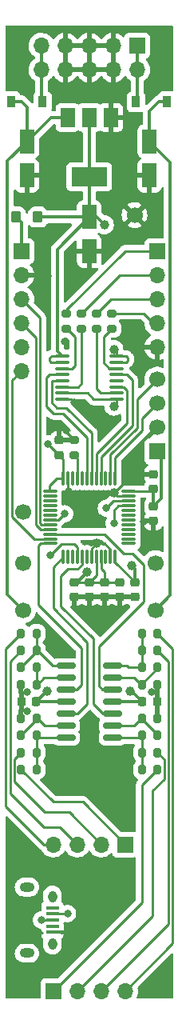
<source format=gbr>
%TF.GenerationSoftware,KiCad,Pcbnew,(6.0.11)*%
%TF.CreationDate,2023-03-30T15:00:59+01:00*%
%TF.ProjectId,QuadEnv_Components,51756164-456e-4765-9f43-6f6d706f6e65,rev?*%
%TF.SameCoordinates,Original*%
%TF.FileFunction,Copper,L1,Top*%
%TF.FilePolarity,Positive*%
%FSLAX46Y46*%
G04 Gerber Fmt 4.6, Leading zero omitted, Abs format (unit mm)*
G04 Created by KiCad (PCBNEW (6.0.11)) date 2023-03-30 15:00:59*
%MOMM*%
%LPD*%
G01*
G04 APERTURE LIST*
G04 Aperture macros list*
%AMRoundRect*
0 Rectangle with rounded corners*
0 $1 Rounding radius*
0 $2 $3 $4 $5 $6 $7 $8 $9 X,Y pos of 4 corners*
0 Add a 4 corners polygon primitive as box body*
4,1,4,$2,$3,$4,$5,$6,$7,$8,$9,$2,$3,0*
0 Add four circle primitives for the rounded corners*
1,1,$1+$1,$2,$3*
1,1,$1+$1,$4,$5*
1,1,$1+$1,$6,$7*
1,1,$1+$1,$8,$9*
0 Add four rect primitives between the rounded corners*
20,1,$1+$1,$2,$3,$4,$5,0*
20,1,$1+$1,$4,$5,$6,$7,0*
20,1,$1+$1,$6,$7,$8,$9,0*
20,1,$1+$1,$8,$9,$2,$3,0*%
G04 Aperture macros list end*
%TA.AperFunction,ComponentPad*%
%ADD10C,1.700000*%
%TD*%
%TA.AperFunction,SMDPad,CuDef*%
%ADD11RoundRect,0.200000X-0.200000X-0.275000X0.200000X-0.275000X0.200000X0.275000X-0.200000X0.275000X0*%
%TD*%
%TA.AperFunction,SMDPad,CuDef*%
%ADD12RoundRect,0.250000X-0.550000X1.050000X-0.550000X-1.050000X0.550000X-1.050000X0.550000X1.050000X0*%
%TD*%
%TA.AperFunction,SMDPad,CuDef*%
%ADD13RoundRect,0.250000X0.550000X-1.050000X0.550000X1.050000X-0.550000X1.050000X-0.550000X-1.050000X0*%
%TD*%
%TA.AperFunction,SMDPad,CuDef*%
%ADD14RoundRect,0.200000X0.275000X-0.200000X0.275000X0.200000X-0.275000X0.200000X-0.275000X-0.200000X0*%
%TD*%
%TA.AperFunction,SMDPad,CuDef*%
%ADD15RoundRect,0.225000X0.250000X-0.225000X0.250000X0.225000X-0.250000X0.225000X-0.250000X-0.225000X0*%
%TD*%
%TA.AperFunction,SMDPad,CuDef*%
%ADD16RoundRect,0.225000X-0.250000X0.225000X-0.250000X-0.225000X0.250000X-0.225000X0.250000X0.225000X0*%
%TD*%
%TA.AperFunction,SMDPad,CuDef*%
%ADD17RoundRect,0.150000X-0.825000X-0.150000X0.825000X-0.150000X0.825000X0.150000X-0.825000X0.150000X0*%
%TD*%
%TA.AperFunction,SMDPad,CuDef*%
%ADD18RoundRect,0.200000X0.200000X0.275000X-0.200000X0.275000X-0.200000X-0.275000X0.200000X-0.275000X0*%
%TD*%
%TA.AperFunction,SMDPad,CuDef*%
%ADD19RoundRect,0.250000X0.275000X0.350000X-0.275000X0.350000X-0.275000X-0.350000X0.275000X-0.350000X0*%
%TD*%
%TA.AperFunction,SMDPad,CuDef*%
%ADD20RoundRect,0.200000X-0.275000X0.200000X-0.275000X-0.200000X0.275000X-0.200000X0.275000X0.200000X0*%
%TD*%
%TA.AperFunction,SMDPad,CuDef*%
%ADD21R,0.900000X1.200000*%
%TD*%
%TA.AperFunction,SMDPad,CuDef*%
%ADD22R,1.500000X2.000000*%
%TD*%
%TA.AperFunction,SMDPad,CuDef*%
%ADD23R,3.800000X2.000000*%
%TD*%
%TA.AperFunction,ComponentPad*%
%ADD24R,1.700000X1.700000*%
%TD*%
%TA.AperFunction,ComponentPad*%
%ADD25O,1.700000X1.700000*%
%TD*%
%TA.AperFunction,ComponentPad*%
%ADD26O,0.950000X1.250000*%
%TD*%
%TA.AperFunction,ComponentPad*%
%ADD27O,1.550000X1.000000*%
%TD*%
%TA.AperFunction,SMDPad,CuDef*%
%ADD28R,1.350000X0.400000*%
%TD*%
%TA.AperFunction,SMDPad,CuDef*%
%ADD29RoundRect,0.225000X-0.225000X-0.250000X0.225000X-0.250000X0.225000X0.250000X-0.225000X0.250000X0*%
%TD*%
%TA.AperFunction,SMDPad,CuDef*%
%ADD30RoundRect,0.100000X-0.637500X-0.100000X0.637500X-0.100000X0.637500X0.100000X-0.637500X0.100000X0*%
%TD*%
%TA.AperFunction,SMDPad,CuDef*%
%ADD31RoundRect,0.075000X-0.662500X-0.075000X0.662500X-0.075000X0.662500X0.075000X-0.662500X0.075000X0*%
%TD*%
%TA.AperFunction,SMDPad,CuDef*%
%ADD32RoundRect,0.075000X-0.075000X-0.662500X0.075000X-0.662500X0.075000X0.662500X-0.075000X0.662500X0*%
%TD*%
%TA.AperFunction,SMDPad,CuDef*%
%ADD33RoundRect,0.225000X0.225000X0.250000X-0.225000X0.250000X-0.225000X-0.250000X0.225000X-0.250000X0*%
%TD*%
%TA.AperFunction,ViaPad*%
%ADD34C,1.000000*%
%TD*%
%TA.AperFunction,ViaPad*%
%ADD35C,0.800000*%
%TD*%
%TA.AperFunction,Conductor*%
%ADD36C,0.250000*%
%TD*%
%TA.AperFunction,Conductor*%
%ADD37C,0.350000*%
%TD*%
G04 APERTURE END LIST*
D10*
%TO.P,TP2,1,1*%
%TO.N,+3.3V*%
X66400000Y-107400000D03*
%TD*%
D11*
%TO.P,R22,1*%
%TO.N,Net-(R15-Pad1)*%
X64975000Y-127470000D03*
%TO.P,R22,2*%
%TO.N,/Env3_Out*%
X66625000Y-127470000D03*
%TD*%
D10*
%TO.P,TP6,1,1*%
%TO.N,/RESET*%
X52400000Y-102000000D03*
%TD*%
D12*
%TO.P,C4,1*%
%TO.N,+12V*%
X52800000Y-62800000D03*
%TO.P,C4,2*%
%TO.N,GND*%
X52800000Y-66400000D03*
%TD*%
D13*
%TO.P,C5,1*%
%TO.N,GND*%
X65800000Y-66400000D03*
%TO.P,C5,2*%
%TO.N,-12V*%
X65800000Y-62800000D03*
%TD*%
D14*
%TO.P,R3,1*%
%TO.N,Net-(R3-Pad1)*%
X61800000Y-82625000D03*
%TO.P,R3,2*%
%TO.N,/Gate4_In*%
X61800000Y-80975000D03*
%TD*%
D15*
%TO.P,C11,1*%
%TO.N,GND*%
X57800000Y-110975000D03*
%TO.P,C11,2*%
%TO.N,+3.3VA*%
X57800000Y-109425000D03*
%TD*%
D11*
%TO.P,R16,1*%
%TO.N,Net-(R16-Pad1)*%
X64975000Y-118470000D03*
%TO.P,R16,2*%
%TO.N,Net-(R12-Pad1)*%
X66625000Y-118470000D03*
%TD*%
D16*
%TO.P,C7,1*%
%TO.N,+3.3VA*%
X61000000Y-109425000D03*
%TO.P,C7,2*%
%TO.N,GND*%
X61000000Y-110975000D03*
%TD*%
D17*
%TO.P,U4,1*%
%TO.N,Net-(R13-Pad1)*%
X56925000Y-118290000D03*
%TO.P,U4,2,-*%
%TO.N,Net-(R13-Pad2)*%
X56925000Y-119560000D03*
%TO.P,U4,3,+*%
%TO.N,/Env1_DAC*%
X56925000Y-120830000D03*
%TO.P,U4,4,V+*%
%TO.N,+12V*%
X56925000Y-122100000D03*
%TO.P,U4,5,+*%
%TO.N,/Env2_DAC*%
X56925000Y-123370000D03*
%TO.P,U4,6,-*%
%TO.N,Net-(R10-Pad1)*%
X56925000Y-124640000D03*
%TO.P,U4,7*%
%TO.N,Net-(R14-Pad1)*%
X56925000Y-125910000D03*
%TO.P,U4,8*%
%TO.N,Net-(R15-Pad1)*%
X61875000Y-125910000D03*
%TO.P,U4,9,-*%
%TO.N,Net-(R11-Pad1)*%
X61875000Y-124640000D03*
%TO.P,U4,10,+*%
%TO.N,/Env3_DAC*%
X61875000Y-123370000D03*
%TO.P,U4,11,V-*%
%TO.N,-12V*%
X61875000Y-122100000D03*
%TO.P,U4,12,+*%
%TO.N,/Env4_DAC*%
X61875000Y-120830000D03*
%TO.P,U4,13,-*%
%TO.N,Net-(R12-Pad1)*%
X61875000Y-119560000D03*
%TO.P,U4,14*%
%TO.N,Net-(R16-Pad1)*%
X61875000Y-118290000D03*
%TD*%
D14*
%TO.P,R4,1*%
%TO.N,Net-(R4-Pad1)*%
X60200000Y-82625000D03*
%TO.P,R4,2*%
%TO.N,/Gate3_In*%
X60200000Y-80975000D03*
%TD*%
D18*
%TO.P,R9,1*%
%TO.N,Net-(R13-Pad2)*%
X53825000Y-120270000D03*
%TO.P,R9,2*%
%TO.N,GND*%
X52175000Y-120270000D03*
%TD*%
D10*
%TO.P,TP5,1,1*%
%TO.N,GND*%
X52400000Y-107400000D03*
%TD*%
D19*
%TO.P,L1,1*%
%TO.N,+3.3V*%
X53950000Y-70800000D03*
%TO.P,L1,2*%
%TO.N,+3.3VA*%
X51650000Y-70800000D03*
%TD*%
D12*
%TO.P,C8,1*%
%TO.N,+3.3V*%
X59400000Y-70800000D03*
%TO.P,C8,2*%
%TO.N,GND*%
X59400000Y-74400000D03*
%TD*%
D18*
%TO.P,R17,1*%
%TO.N,Net-(R13-Pad1)*%
X53825000Y-116670000D03*
%TO.P,R17,2*%
%TO.N,/Led1_Out*%
X52175000Y-116670000D03*
%TD*%
D20*
%TO.P,R5,1*%
%TO.N,GND*%
X57800000Y-94375000D03*
%TO.P,R5,2*%
%TO.N,/BOOT0*%
X57800000Y-96025000D03*
%TD*%
D15*
%TO.P,C3,1*%
%TO.N,+3.3V*%
X66200000Y-99575000D03*
%TO.P,C3,2*%
%TO.N,GND*%
X66200000Y-98025000D03*
%TD*%
D11*
%TO.P,R24,1*%
%TO.N,Net-(R16-Pad1)*%
X64975000Y-114870000D03*
%TO.P,R24,2*%
%TO.N,/Env4_Out*%
X66625000Y-114870000D03*
%TD*%
%TO.P,R11,1*%
%TO.N,Net-(R11-Pad1)*%
X64975000Y-123870000D03*
%TO.P,R11,2*%
%TO.N,GND*%
X66625000Y-123870000D03*
%TD*%
D15*
%TO.P,C12,1*%
%TO.N,GND*%
X59400000Y-110975000D03*
%TO.P,C12,2*%
%TO.N,+3.3VA*%
X59400000Y-109425000D03*
%TD*%
D21*
%TO.P,D1,1,K*%
%TO.N,+12V*%
X51150000Y-58600000D03*
%TO.P,D1,2,A*%
%TO.N,/+12V_IN*%
X54450000Y-58600000D03*
%TD*%
D11*
%TO.P,R12,1*%
%TO.N,Net-(R12-Pad1)*%
X64975000Y-120270000D03*
%TO.P,R12,2*%
%TO.N,GND*%
X66625000Y-120270000D03*
%TD*%
D21*
%TO.P,D2,1,K*%
%TO.N,/-12V_IN*%
X64350000Y-58600000D03*
%TO.P,D2,2,A*%
%TO.N,-12V*%
X67650000Y-58600000D03*
%TD*%
D10*
%TO.P,TP3,1,1*%
%TO.N,+12V*%
X52400000Y-112400000D03*
%TD*%
D18*
%TO.P,R10,1*%
%TO.N,Net-(R10-Pad1)*%
X53825000Y-123870000D03*
%TO.P,R10,2*%
%TO.N,GND*%
X52175000Y-123870000D03*
%TD*%
D22*
%TO.P,U2,1,GND*%
%TO.N,GND*%
X61700000Y-60250000D03*
D23*
%TO.P,U2,2,VO*%
%TO.N,+3.3V*%
X59400000Y-66550000D03*
D22*
X59400000Y-60250000D03*
%TO.P,U2,3,VI*%
%TO.N,+12V*%
X57100000Y-60250000D03*
%TD*%
D18*
%TO.P,R18,1*%
%TO.N,Net-(R13-Pad1)*%
X53825000Y-114870000D03*
%TO.P,R18,2*%
%TO.N,/Env1_Out*%
X52175000Y-114870000D03*
%TD*%
D24*
%TO.P,J6,1,Pin_1*%
%TO.N,/-12V_IN*%
X64480000Y-52660000D03*
D25*
%TO.P,J6,2,Pin_2*%
X64480000Y-55200000D03*
%TO.P,J6,3,Pin_3*%
%TO.N,GND*%
X61940000Y-52660000D03*
%TO.P,J6,4,Pin_4*%
X61940000Y-55200000D03*
%TO.P,J6,5,Pin_5*%
X59400000Y-52660000D03*
%TO.P,J6,6,Pin_6*%
X59400000Y-55200000D03*
%TO.P,J6,7,Pin_7*%
X56860000Y-52660000D03*
%TO.P,J6,8,Pin_8*%
X56860000Y-55200000D03*
%TO.P,J6,9,Pin_9*%
%TO.N,/+12V_IN*%
X54320000Y-52660000D03*
%TO.P,J6,10,Pin_10*%
X54320000Y-55200000D03*
%TD*%
D16*
%TO.P,C1,1*%
%TO.N,+3.3V*%
X66200000Y-101425000D03*
%TO.P,C1,2*%
%TO.N,GND*%
X66200000Y-102975000D03*
%TD*%
D20*
%TO.P,R1,1*%
%TO.N,/Gate1_In*%
X57000000Y-80975000D03*
%TO.P,R1,2*%
%TO.N,Net-(R1-Pad2)*%
X57000000Y-82625000D03*
%TD*%
D26*
%TO.P,J7,*%
%TO.N,*%
X55485000Y-147700000D03*
D27*
X52785000Y-148700000D03*
D26*
X55485000Y-142700000D03*
D28*
%TO.P,J7,1,VBUS*%
%TO.N,unconnected-(J7-Pad1)*%
X55485000Y-143900000D03*
%TO.P,J7,2,D-*%
%TO.N,/USB_DM*%
X55485000Y-144550000D03*
%TO.P,J7,3,D+*%
%TO.N,/USB_DP*%
X55485000Y-145200000D03*
%TO.P,J7,4,ID*%
%TO.N,unconnected-(J7-Pad4)*%
X55485000Y-145850000D03*
%TO.P,J7,5,GND*%
%TO.N,GND*%
X55485000Y-146500000D03*
D27*
%TO.P,J7,6,Shield*%
%TO.N,unconnected-(J7-Pad6)*%
X52785000Y-141700000D03*
%TD*%
D29*
%TO.P,C9,1*%
%TO.N,GND*%
X52225000Y-122070000D03*
%TO.P,C9,2*%
%TO.N,+12V*%
X53775000Y-122070000D03*
%TD*%
D15*
%TO.P,C6,1*%
%TO.N,+3.3V*%
X56200000Y-95975000D03*
%TO.P,C6,2*%
%TO.N,GND*%
X56200000Y-94425000D03*
%TD*%
D30*
%TO.P,U3,1,Vcc*%
%TO.N,+3.3V*%
X56537500Y-85525000D03*
%TO.P,U3,2,EN_A*%
X56537500Y-86175000D03*
%TO.P,U3,3,A*%
%TO.N,Net-(R1-Pad2)*%
X56537500Y-86825000D03*
%TO.P,U3,4,E*%
%TO.N,/Gate1*%
X56537500Y-87475000D03*
%TO.P,U3,5,F*%
%TO.N,/Gate2*%
X56537500Y-88125000D03*
%TO.P,U3,6,B*%
%TO.N,Net-(R2-Pad2)*%
X56537500Y-88775000D03*
%TO.P,U3,7,EN_B*%
%TO.N,+3.3V*%
X56537500Y-89425000D03*
%TO.P,U3,8,Vss*%
%TO.N,GND*%
X56537500Y-90075000D03*
%TO.P,U3,9,EN_C*%
%TO.N,+3.3V*%
X62262500Y-90075000D03*
%TO.P,U3,10,C*%
%TO.N,Net-(R4-Pad1)*%
X62262500Y-89425000D03*
%TO.P,U3,11,G*%
%TO.N,/Gate3*%
X62262500Y-88775000D03*
%TO.P,U3,12,NC*%
%TO.N,unconnected-(U3-Pad12)*%
X62262500Y-88125000D03*
%TO.P,U3,13,H*%
%TO.N,/Gate4*%
X62262500Y-87475000D03*
%TO.P,U3,14,D*%
%TO.N,Net-(R3-Pad1)*%
X62262500Y-86825000D03*
%TO.P,U3,15,EN_D*%
%TO.N,+3.3V*%
X62262500Y-86175000D03*
%TO.P,U3,16,Vdd*%
X62262500Y-85525000D03*
%TD*%
D11*
%TO.P,R13,1*%
%TO.N,Net-(R13-Pad1)*%
X52175000Y-118470000D03*
%TO.P,R13,2*%
%TO.N,Net-(R13-Pad2)*%
X53825000Y-118470000D03*
%TD*%
D16*
%TO.P,C2,1*%
%TO.N,+3.3V*%
X64200000Y-109425000D03*
%TO.P,C2,2*%
%TO.N,GND*%
X64200000Y-110975000D03*
%TD*%
D18*
%TO.P,R14,1*%
%TO.N,Net-(R14-Pad1)*%
X53825000Y-125670000D03*
%TO.P,R14,2*%
%TO.N,Net-(R10-Pad1)*%
X52175000Y-125670000D03*
%TD*%
%TO.P,R19,1*%
%TO.N,Net-(R14-Pad1)*%
X53825000Y-129270000D03*
%TO.P,R19,2*%
%TO.N,/Led2_Out*%
X52175000Y-129270000D03*
%TD*%
D24*
%TO.P,J5,1,Pin_1*%
%TO.N,+3.3V*%
X66600000Y-95610000D03*
D10*
%TO.P,J5,2,Pin_2*%
%TO.N,GND*%
X66600000Y-93070000D03*
%TO.P,J5,3,Pin_3*%
%TO.N,/SWIO*%
X66600000Y-90530000D03*
%TO.P,J5,4,Pin_4*%
%TO.N,/SWCLK*%
X66600000Y-87990000D03*
%TD*%
D31*
%TO.P,U1,1,VBAT*%
%TO.N,+3.3V*%
X55237500Y-99850000D03*
%TO.P,U1,2,PC13*%
%TO.N,unconnected-(U1-Pad2)*%
X55237500Y-100350000D03*
%TO.P,U1,3,PC14-OSC32_IN*%
%TO.N,unconnected-(U1-Pad3)*%
X55237500Y-100850000D03*
%TO.P,U1,4,PC15-OSC32_OUT*%
%TO.N,unconnected-(U1-Pad4)*%
X55237500Y-101350000D03*
%TO.P,U1,5,PF0-OSC_IN*%
%TO.N,unconnected-(U1-Pad5)*%
X55237500Y-101850000D03*
%TO.P,U1,6,PF1-OSC_OUT*%
%TO.N,unconnected-(U1-Pad6)*%
X55237500Y-102350000D03*
%TO.P,U1,7,PG10-NRST*%
%TO.N,/RESET*%
X55237500Y-102850000D03*
%TO.P,U1,8,PA0*%
%TO.N,/Attack_Pot*%
X55237500Y-103350000D03*
%TO.P,U1,9,PA1*%
%TO.N,/Decay_Pot*%
X55237500Y-103850000D03*
%TO.P,U1,10,PA2*%
%TO.N,/Env4_DAC*%
X55237500Y-104350000D03*
%TO.P,U1,11,PA3*%
%TO.N,/Sustain_Pot*%
X55237500Y-104850000D03*
%TO.P,U1,12,PA4*%
%TO.N,/Env1_DAC*%
X55237500Y-105350000D03*
D32*
%TO.P,U1,13,PA5*%
%TO.N,/Env2_DAC*%
X56650000Y-106762500D03*
%TO.P,U1,14,PA6*%
%TO.N,unconnected-(U1-Pad14)*%
X57150000Y-106762500D03*
%TO.P,U1,15,PA7*%
%TO.N,unconnected-(U1-Pad15)*%
X57650000Y-106762500D03*
%TO.P,U1,16,PB0*%
%TO.N,/Release_Pot*%
X58150000Y-106762500D03*
%TO.P,U1,17,PB1*%
%TO.N,/Env3_DAC*%
X58650000Y-106762500D03*
%TO.P,U1,18,PB2*%
%TO.N,unconnected-(U1-Pad18)*%
X59150000Y-106762500D03*
%TO.P,U1,19,VSSA*%
%TO.N,GND*%
X59650000Y-106762500D03*
%TO.P,U1,20,VREF+*%
%TO.N,+3.3VA*%
X60150000Y-106762500D03*
%TO.P,U1,21,VDDA*%
X60650000Y-106762500D03*
%TO.P,U1,22,PB10*%
%TO.N,unconnected-(U1-Pad22)*%
X61150000Y-106762500D03*
%TO.P,U1,23,VSS*%
%TO.N,GND*%
X61650000Y-106762500D03*
%TO.P,U1,24,VDD*%
%TO.N,+3.3V*%
X62150000Y-106762500D03*
D31*
%TO.P,U1,25,PB11*%
%TO.N,unconnected-(U1-Pad25)*%
X63562500Y-105350000D03*
%TO.P,U1,26,PB12*%
%TO.N,unconnected-(U1-Pad26)*%
X63562500Y-104850000D03*
%TO.P,U1,27,PB13*%
%TO.N,unconnected-(U1-Pad27)*%
X63562500Y-104350000D03*
%TO.P,U1,28,PB14*%
%TO.N,unconnected-(U1-Pad28)*%
X63562500Y-103850000D03*
%TO.P,U1,29,PB15*%
%TO.N,unconnected-(U1-Pad29)*%
X63562500Y-103350000D03*
%TO.P,U1,30,PA8*%
%TO.N,unconnected-(U1-Pad30)*%
X63562500Y-102850000D03*
%TO.P,U1,31,PA9*%
%TO.N,unconnected-(U1-Pad31)*%
X63562500Y-102350000D03*
%TO.P,U1,32,PA10*%
%TO.N,unconnected-(U1-Pad32)*%
X63562500Y-101850000D03*
%TO.P,U1,33,PA11*%
%TO.N,/USB_DM*%
X63562500Y-101350000D03*
%TO.P,U1,34,PA12*%
%TO.N,/USB_DP*%
X63562500Y-100850000D03*
%TO.P,U1,35,VSS*%
%TO.N,GND*%
X63562500Y-100350000D03*
%TO.P,U1,36,VDD*%
%TO.N,+3.3V*%
X63562500Y-99850000D03*
D32*
%TO.P,U1,37,PA13*%
%TO.N,/SWIO*%
X62150000Y-98437500D03*
%TO.P,U1,38,PA14*%
%TO.N,/SWCLK*%
X61650000Y-98437500D03*
%TO.P,U1,39,PA15*%
%TO.N,unconnected-(U1-Pad39)*%
X61150000Y-98437500D03*
%TO.P,U1,40,PB3*%
%TO.N,/Gate4*%
X60650000Y-98437500D03*
%TO.P,U1,41,PB4*%
%TO.N,/Gate3*%
X60150000Y-98437500D03*
%TO.P,U1,42,PB5*%
%TO.N,/Gate2*%
X59650000Y-98437500D03*
%TO.P,U1,43,PB6*%
%TO.N,/Gate1*%
X59150000Y-98437500D03*
%TO.P,U1,44,PB7*%
%TO.N,unconnected-(U1-Pad44)*%
X58650000Y-98437500D03*
%TO.P,U1,45,PB8-BOOT0*%
%TO.N,/BOOT0*%
X58150000Y-98437500D03*
%TO.P,U1,46,PB9*%
%TO.N,unconnected-(U1-Pad46)*%
X57650000Y-98437500D03*
%TO.P,U1,47,VSS*%
%TO.N,GND*%
X57150000Y-98437500D03*
%TO.P,U1,48,VDD*%
%TO.N,+3.3V*%
X56650000Y-98437500D03*
%TD*%
D20*
%TO.P,R2,1*%
%TO.N,/Gate2_In*%
X58600000Y-80975000D03*
%TO.P,R2,2*%
%TO.N,Net-(R2-Pad2)*%
X58600000Y-82625000D03*
%TD*%
D11*
%TO.P,R23,1*%
%TO.N,Net-(R16-Pad1)*%
X64975000Y-116670000D03*
%TO.P,R23,2*%
%TO.N,/Led4_Out*%
X66625000Y-116670000D03*
%TD*%
D18*
%TO.P,R20,1*%
%TO.N,Net-(R14-Pad1)*%
X53825000Y-127470000D03*
%TO.P,R20,2*%
%TO.N,/Env2_Out*%
X52175000Y-127470000D03*
%TD*%
D11*
%TO.P,R21,1*%
%TO.N,Net-(R15-Pad1)*%
X64975000Y-129270000D03*
%TO.P,R21,2*%
%TO.N,/Led3_Out*%
X66625000Y-129270000D03*
%TD*%
D10*
%TO.P,TP1,1,1*%
%TO.N,GND*%
X64200000Y-70600000D03*
%TD*%
D33*
%TO.P,C10,1*%
%TO.N,GND*%
X66575000Y-122070000D03*
%TO.P,C10,2*%
%TO.N,-12V*%
X65025000Y-122070000D03*
%TD*%
D10*
%TO.P,TP4,1,1*%
%TO.N,-12V*%
X66400000Y-112400000D03*
%TD*%
D15*
%TO.P,C13,1*%
%TO.N,GND*%
X62600000Y-110975000D03*
%TO.P,C13,2*%
%TO.N,+3.3VA*%
X62600000Y-109425000D03*
%TD*%
D11*
%TO.P,R15,1*%
%TO.N,Net-(R15-Pad1)*%
X64975000Y-125670000D03*
%TO.P,R15,2*%
%TO.N,Net-(R11-Pad1)*%
X66625000Y-125670000D03*
%TD*%
D24*
%TO.P,J1,1,Pin_1*%
%TO.N,+3.3VA*%
X52200000Y-74400000D03*
D25*
%TO.P,J1,2,Pin_2*%
%TO.N,GND*%
X52200000Y-76940000D03*
%TO.P,J1,3,Pin_3*%
%TO.N,/Attack_Pot*%
X52200000Y-79480000D03*
%TO.P,J1,4,Pin_4*%
%TO.N,/Decay_Pot*%
X52200000Y-82020000D03*
%TO.P,J1,5,Pin_5*%
%TO.N,/Release_Pot*%
X52200000Y-84560000D03*
%TO.P,J1,6,Pin_6*%
%TO.N,/Sustain_Pot*%
X52200000Y-87100000D03*
%TD*%
D24*
%TO.P,J4,1,Pin_1*%
%TO.N,/Led3_Out*%
X55600000Y-152700000D03*
D25*
%TO.P,J4,2,Pin_2*%
%TO.N,/Env3_Out*%
X58140000Y-152700000D03*
%TO.P,J4,3,Pin_3*%
%TO.N,/Led4_Out*%
X60680000Y-152700000D03*
%TO.P,J4,4,Pin_4*%
%TO.N,/Env4_Out*%
X63220000Y-152700000D03*
%TD*%
D24*
%TO.P,J2,1,Pin_1*%
%TO.N,/Gate1_In*%
X66600000Y-74400000D03*
D25*
%TO.P,J2,2,Pin_2*%
%TO.N,/Gate2_In*%
X66600000Y-76940000D03*
%TO.P,J2,3,Pin_3*%
%TO.N,/Gate3_In*%
X66600000Y-79480000D03*
%TO.P,J2,4,Pin_4*%
%TO.N,/Gate4_In*%
X66600000Y-82020000D03*
%TO.P,J2,5,Pin_5*%
%TO.N,GND*%
X66600000Y-84560000D03*
%TD*%
D24*
%TO.P,J3,1,Pin_1*%
%TO.N,/Led2_Out*%
X63200000Y-137200000D03*
D25*
%TO.P,J3,2,Pin_2*%
%TO.N,/Env2_Out*%
X60660000Y-137200000D03*
%TO.P,J3,3,Pin_3*%
%TO.N,/Led1_Out*%
X58120000Y-137200000D03*
%TO.P,J3,4,Pin_4*%
%TO.N,/Env1_Out*%
X55580000Y-137200000D03*
%TD*%
D34*
%TO.N,+3.3V*%
X63900000Y-107700000D03*
X62000000Y-84800000D03*
X62000000Y-90800000D03*
X61000000Y-71600000D03*
D35*
X55012500Y-94787500D03*
%TO.N,GND*%
X60200000Y-103000000D03*
X59400000Y-76600000D03*
X66000000Y-121070000D03*
X58600000Y-112400000D03*
X54000000Y-146500000D03*
D34*
X60200000Y-105325500D03*
D35*
X56800000Y-84000000D03*
X63600000Y-60400000D03*
X57200000Y-139400000D03*
X57600000Y-103200000D03*
X56800000Y-116800000D03*
X65200000Y-103000000D03*
X52800000Y-121070000D03*
X54800000Y-66400000D03*
X56400000Y-72000000D03*
X55000000Y-77000000D03*
X57100000Y-146600000D03*
X63400000Y-127200000D03*
X63500000Y-139600000D03*
D34*
X62000000Y-100000000D03*
D35*
X63500000Y-135000000D03*
X57200000Y-99800000D03*
X63800000Y-82400000D03*
X51900000Y-152000000D03*
X60800000Y-93200000D03*
X59600000Y-124000000D03*
X57600000Y-74400000D03*
X64750000Y-86650000D03*
X61600000Y-62400000D03*
X58000000Y-68600000D03*
X52800000Y-68800000D03*
X52800000Y-123070000D03*
X59700000Y-131500000D03*
X55600000Y-127400000D03*
X51300000Y-136100000D03*
X64000000Y-66400000D03*
X57800000Y-90400000D03*
X57000000Y-93400000D03*
X66900000Y-152400000D03*
X55400000Y-62200000D03*
X65000000Y-98000000D03*
X61200000Y-68800000D03*
D34*
%TO.N,+12V*%
X54887500Y-120957500D03*
%TO.N,-12V*%
X63700000Y-120970000D03*
D35*
%TO.N,/Release_Pot*%
X55295343Y-106595343D03*
%TO.N,/USB_DM*%
X57100000Y-144500000D03*
X62000000Y-103200000D03*
%TO.N,/USB_DP*%
X61200000Y-101600000D03*
X54300000Y-145200000D03*
D34*
%TO.N,+3.3VA*%
X59200000Y-108400000D03*
D35*
%TO.N,/RESET*%
X56800000Y-102200000D03*
%TD*%
D36*
%TO.N,Net-(R15-Pad1)*%
X64975000Y-127470000D02*
X64975000Y-129270000D01*
X64975000Y-125670000D02*
X64975000Y-127470000D01*
%TO.N,Net-(R16-Pad1)*%
X64975000Y-116670000D02*
X64975000Y-118470000D01*
X64975000Y-114870000D02*
X64975000Y-116670000D01*
%TO.N,/Env4_DAC*%
X60400000Y-120400000D02*
X60800000Y-120800000D01*
X65200000Y-111470000D02*
X60400000Y-116270000D01*
X65200000Y-107600000D02*
X65200000Y-111470000D01*
X63090685Y-106400000D02*
X64000000Y-106400000D01*
X60800000Y-120800000D02*
X61875000Y-120800000D01*
X61040685Y-104350000D02*
X63090685Y-106400000D01*
X55237500Y-104350000D02*
X61040685Y-104350000D01*
X64000000Y-106400000D02*
X65200000Y-107600000D01*
X60400000Y-116270000D02*
X60400000Y-120400000D01*
%TO.N,/Env3_DAC*%
X60840000Y-123340000D02*
X61875000Y-123340000D01*
X56400000Y-112000000D02*
X59800000Y-115400000D01*
X59800000Y-122300000D02*
X60840000Y-123340000D01*
X58165685Y-108050000D02*
X57150000Y-108050000D01*
X58650000Y-107565685D02*
X58165685Y-108050000D01*
X57150000Y-108050000D02*
X56400000Y-108800000D01*
X56400000Y-108800000D02*
X56400000Y-112000000D01*
X58650000Y-106762500D02*
X58650000Y-107565685D01*
X59800000Y-115400000D02*
X59800000Y-122300000D01*
%TO.N,Net-(R16-Pad1)*%
X63400000Y-118300000D02*
X61885000Y-118300000D01*
X61885000Y-118300000D02*
X61875000Y-118290000D01*
X63570000Y-118470000D02*
X63400000Y-118300000D01*
X64975000Y-118470000D02*
X63570000Y-118470000D01*
%TO.N,Net-(R12-Pad1)*%
X64177500Y-119560000D02*
X64887500Y-120270000D01*
X64887500Y-120270000D02*
X66687500Y-118470000D01*
X61875000Y-119560000D02*
X64177500Y-119560000D01*
D37*
%TO.N,-12V*%
X65025000Y-122070000D02*
X61905000Y-122070000D01*
X61905000Y-122070000D02*
X61875000Y-122100000D01*
D36*
%TO.N,Net-(R11-Pad1)*%
X64887500Y-123870000D02*
X66687500Y-125670000D01*
X61875000Y-124640000D02*
X64117500Y-124640000D01*
X64117500Y-124640000D02*
X64887500Y-123870000D01*
%TO.N,Net-(R15-Pad1)*%
X64647500Y-125910000D02*
X64887500Y-125670000D01*
X61905000Y-125910000D02*
X64647500Y-125910000D01*
%TO.N,Net-(R14-Pad1)*%
X54065000Y-125910000D02*
X53825000Y-125670000D01*
X56925000Y-125910000D02*
X54065000Y-125910000D01*
X54122500Y-125880000D02*
X53912500Y-125670000D01*
X53800000Y-127470000D02*
X53800000Y-125670000D01*
X53800000Y-129270000D02*
X53800000Y-127470000D01*
%TO.N,Net-(R10-Pad1)*%
X53912500Y-123870000D02*
X52112500Y-125670000D01*
X54682500Y-124640000D02*
X53912500Y-123870000D01*
X56925000Y-124640000D02*
X54682500Y-124640000D01*
%TO.N,/Env2_DAC*%
X55600000Y-107812500D02*
X56650000Y-106762500D01*
X59200000Y-115800000D02*
X55600000Y-112200000D01*
X55600000Y-112200000D02*
X55600000Y-107812500D01*
X58130000Y-123370000D02*
X59200000Y-122300000D01*
X59200000Y-122300000D02*
X59200000Y-115800000D01*
X56925000Y-123370000D02*
X58130000Y-123370000D01*
%TO.N,Net-(R13-Pad1)*%
X55532500Y-118290000D02*
X53912500Y-116670000D01*
X56925000Y-118290000D02*
X55532500Y-118290000D01*
%TO.N,Net-(R13-Pad2)*%
X54622500Y-119560000D02*
X56925000Y-119560000D01*
X53912500Y-120270000D02*
X54622500Y-119560000D01*
X53800000Y-118470000D02*
X53800000Y-120270000D01*
%TO.N,/Env1_DAC*%
X58600000Y-120270000D02*
X58040000Y-120830000D01*
X54000000Y-111800000D02*
X58600000Y-116400000D01*
X54000000Y-105600000D02*
X54000000Y-111800000D01*
X54250000Y-105350000D02*
X54000000Y-105600000D01*
X58600000Y-116400000D02*
X58600000Y-120270000D01*
X58040000Y-120830000D02*
X56925000Y-120830000D01*
X55237500Y-105350000D02*
X54250000Y-105350000D01*
D37*
%TO.N,+12V*%
X56895000Y-122070000D02*
X56925000Y-122100000D01*
X53775000Y-122070000D02*
X56895000Y-122070000D01*
D36*
%TO.N,+3.3V*%
X59225000Y-89425000D02*
X56537500Y-89425000D01*
D37*
X59400000Y-70800000D02*
X60200000Y-70800000D01*
D36*
X64200000Y-109400000D02*
X64200000Y-109425000D01*
D37*
X56000000Y-74200000D02*
X56000000Y-84987500D01*
D36*
X63325000Y-85525000D02*
X62262500Y-85525000D01*
D37*
X67050000Y-100575000D02*
X66200000Y-101425000D01*
D36*
X62262500Y-90537500D02*
X62000000Y-90800000D01*
X55400000Y-85500000D02*
X55200000Y-85700000D01*
D37*
X53950000Y-70800000D02*
X59400000Y-70800000D01*
X59400000Y-66550000D02*
X59400000Y-70800000D01*
D36*
X56512500Y-85500000D02*
X55400000Y-85500000D01*
X62262500Y-90075000D02*
X62262500Y-90537500D01*
D37*
X64200000Y-109425000D02*
X64200000Y-108000000D01*
D36*
X55200000Y-99812500D02*
X55200000Y-99200000D01*
X55237500Y-99850000D02*
X55200000Y-99812500D01*
X55200000Y-86000000D02*
X55375000Y-86175000D01*
X55200000Y-99200000D02*
X55962500Y-98437500D01*
X62262500Y-86175000D02*
X63325000Y-86175000D01*
X59875000Y-90075000D02*
X59225000Y-89425000D01*
X62262500Y-85525000D02*
X62262500Y-85062500D01*
D37*
X56000000Y-84987500D02*
X56537500Y-85525000D01*
X59400000Y-70800000D02*
X56000000Y-74200000D01*
D36*
X63500000Y-85700000D02*
X63325000Y-85525000D01*
D37*
X55012500Y-94787500D02*
X56200000Y-95975000D01*
X64200000Y-108000000D02*
X63900000Y-107700000D01*
D36*
X62262500Y-85062500D02*
X62000000Y-84800000D01*
X56650000Y-98437500D02*
X56650000Y-96425000D01*
X55375000Y-86175000D02*
X56537500Y-86175000D01*
X66175000Y-99850000D02*
X66225000Y-99800000D01*
D37*
X59400000Y-60250000D02*
X59400000Y-66550000D01*
D36*
X56537500Y-85525000D02*
X56512500Y-85500000D01*
X63562500Y-99850000D02*
X66175000Y-99850000D01*
X63500000Y-86000000D02*
X63500000Y-85700000D01*
X62150000Y-107350000D02*
X64200000Y-109400000D01*
D37*
X67050000Y-96060000D02*
X67050000Y-100575000D01*
X66225000Y-101400000D02*
X66225000Y-99800000D01*
D36*
X55200000Y-85700000D02*
X55200000Y-86000000D01*
D37*
X66600000Y-95610000D02*
X67050000Y-96060000D01*
D36*
X56650000Y-96425000D02*
X56200000Y-95975000D01*
X62262500Y-90075000D02*
X59875000Y-90075000D01*
X55962500Y-98437500D02*
X56650000Y-98437500D01*
D37*
X60200000Y-70800000D02*
X61000000Y-71600000D01*
D36*
X62150000Y-106762500D02*
X62150000Y-107350000D01*
X63325000Y-86175000D02*
X63500000Y-86000000D01*
%TO.N,GND*%
X57150000Y-99750000D02*
X57200000Y-99800000D01*
X57000000Y-93575000D02*
X57800000Y-94375000D01*
X59650000Y-106762500D02*
X59650000Y-105875500D01*
X64000000Y-98000000D02*
X65000000Y-98000000D01*
X57150000Y-98437500D02*
X57150000Y-99750000D01*
X57000000Y-93400000D02*
X57000000Y-93575000D01*
X61650000Y-106762500D02*
X61650000Y-105959315D01*
X56537500Y-90075000D02*
X57475000Y-90075000D01*
X61650000Y-105959315D02*
X61016185Y-105325500D01*
D37*
X57000000Y-146500000D02*
X57100000Y-146600000D01*
X55485000Y-146500000D02*
X57000000Y-146500000D01*
D36*
X62350000Y-100350000D02*
X62000000Y-100000000D01*
X57475000Y-90075000D02*
X57800000Y-90400000D01*
X63562500Y-100350000D02*
X62350000Y-100350000D01*
X62000000Y-100000000D02*
X64000000Y-98000000D01*
X61016185Y-105325500D02*
X60200000Y-105325500D01*
X59650000Y-105875500D02*
X60200000Y-105325500D01*
D37*
%TO.N,+12V*%
X55350000Y-60250000D02*
X52800000Y-62800000D01*
X52200000Y-58600000D02*
X52800000Y-59200000D01*
X52800000Y-59200000D02*
X52800000Y-62800000D01*
X50725499Y-110725499D02*
X52400000Y-112400000D01*
X57100000Y-60250000D02*
X55350000Y-60250000D01*
X51150000Y-58600000D02*
X52200000Y-58600000D01*
X50725499Y-64874501D02*
X50725499Y-110725499D01*
X53775000Y-122070000D02*
X54887500Y-120957500D01*
X52800000Y-62800000D02*
X50725499Y-64874501D01*
%TO.N,-12V*%
X65025000Y-122070000D02*
X63925000Y-120970000D01*
X68000000Y-65000000D02*
X65800000Y-62800000D01*
X66400000Y-112400000D02*
X68000000Y-110800000D01*
X68000000Y-110800000D02*
X68000000Y-65000000D01*
X67650000Y-58600000D02*
X66800000Y-58600000D01*
X65800000Y-59600000D02*
X65800000Y-62800000D01*
X63925000Y-120970000D02*
X63700000Y-120970000D01*
X66800000Y-58600000D02*
X65800000Y-59600000D01*
D36*
%TO.N,/Gate1_In*%
X57000000Y-80600000D02*
X57000000Y-80975000D01*
X66200000Y-74400000D02*
X63200000Y-74400000D01*
X63200000Y-74400000D02*
X57000000Y-80600000D01*
%TO.N,/Gate2_In*%
X62635000Y-76940000D02*
X58600000Y-80975000D01*
X66200000Y-76940000D02*
X62635000Y-76940000D01*
%TO.N,/Gate3_In*%
X66200000Y-79480000D02*
X61695000Y-79480000D01*
X61695000Y-79480000D02*
X60200000Y-80975000D01*
%TO.N,/Gate4_In*%
X65155000Y-80975000D02*
X61800000Y-80975000D01*
X66200000Y-82020000D02*
X65155000Y-80975000D01*
%TO.N,/Led1_Out*%
X52175000Y-116670000D02*
X51000499Y-117844501D01*
X56320000Y-135400000D02*
X58120000Y-137200000D01*
X51000499Y-131800499D02*
X54600000Y-135400000D01*
X51000499Y-117844501D02*
X51000499Y-131800499D01*
X54600000Y-135400000D02*
X56320000Y-135400000D01*
%TO.N,/Led2_Out*%
X58700000Y-132700000D02*
X63200000Y-137200000D01*
X55605000Y-132700000D02*
X58700000Y-132700000D01*
X52175000Y-129270000D02*
X55605000Y-132700000D01*
%TO.N,/Led3_Out*%
X66625000Y-129270000D02*
X65000000Y-130895000D01*
X65000000Y-130895000D02*
X65000000Y-143300000D01*
X65000000Y-143300000D02*
X55600000Y-152700000D01*
%TO.N,/Led4_Out*%
X67799501Y-117844501D02*
X66625000Y-116670000D01*
X60680000Y-152700000D02*
X67799501Y-145580499D01*
X67799501Y-145580499D02*
X67799501Y-117844501D01*
D37*
%TO.N,/+12V_IN*%
X54320000Y-55200000D02*
X54320000Y-58470000D01*
X54320000Y-58470000D02*
X54450000Y-58600000D01*
X54320000Y-52660000D02*
X54320000Y-55200000D01*
%TO.N,/-12V_IN*%
X64480000Y-52660000D02*
X64480000Y-55200000D01*
X64480000Y-58470000D02*
X64350000Y-58600000D01*
X64480000Y-55200000D02*
X64480000Y-58470000D01*
D36*
%TO.N,/Env1_Out*%
X52175000Y-114870000D02*
X50550998Y-116494002D01*
X50550998Y-133150998D02*
X54600000Y-137200000D01*
X50550998Y-116494002D02*
X50550998Y-133150998D01*
X54600000Y-137200000D02*
X55580000Y-137200000D01*
%TO.N,/Env2_Out*%
X52175000Y-127470000D02*
X51450000Y-128195000D01*
X54700000Y-133800000D02*
X57260000Y-133800000D01*
X51450000Y-130550000D02*
X54700000Y-133800000D01*
X57260000Y-133800000D02*
X60660000Y-137200000D01*
X51450000Y-128195000D02*
X51450000Y-130550000D01*
%TO.N,/Env3_Out*%
X66100000Y-131500000D02*
X66100000Y-144740000D01*
X66100000Y-144740000D02*
X58140000Y-152700000D01*
X67350000Y-128195000D02*
X67350000Y-130250000D01*
X67350000Y-130250000D02*
X66100000Y-131500000D01*
X66625000Y-127470000D02*
X67350000Y-128195000D01*
%TO.N,/Env4_Out*%
X68249002Y-147670998D02*
X63220000Y-152700000D01*
X68249002Y-116494002D02*
X68249002Y-147670998D01*
X66625000Y-114870000D02*
X68249002Y-116494002D01*
%TO.N,Net-(R13-Pad1)*%
X53800000Y-114870000D02*
X53800000Y-116670000D01*
X52112500Y-118470000D02*
X53912500Y-116670000D01*
%TO.N,/Attack_Pot*%
X54350000Y-103350000D02*
X54175000Y-103175000D01*
X54175000Y-103175000D02*
X54175000Y-81455000D01*
X55237500Y-103350000D02*
X54350000Y-103350000D01*
X54175000Y-81455000D02*
X52200000Y-79480000D01*
%TO.N,/Decay_Pot*%
X53725499Y-103361189D02*
X53725499Y-83545499D01*
X53725499Y-83545499D02*
X52200000Y-82020000D01*
X55237500Y-103850000D02*
X54214310Y-103850000D01*
X54214310Y-103850000D02*
X53725499Y-103361189D01*
%TO.N,/Sustain_Pot*%
X51225000Y-88075000D02*
X51225000Y-102486701D01*
X51225000Y-102486701D02*
X53588299Y-104850000D01*
X52200000Y-87100000D02*
X51225000Y-88075000D01*
X53588299Y-104850000D02*
X55237500Y-104850000D01*
%TO.N,/Release_Pot*%
X56490685Y-105400000D02*
X55295343Y-106595343D01*
X58150000Y-106762500D02*
X58150000Y-105750000D01*
X57800000Y-105400000D02*
X56490685Y-105400000D01*
X58150000Y-105750000D02*
X57800000Y-105400000D01*
%TO.N,/SWCLK*%
X66600000Y-87990000D02*
X64500000Y-90090000D01*
X64500000Y-90090000D02*
X64500000Y-93100000D01*
X64500000Y-93100000D02*
X61650000Y-95950000D01*
X61650000Y-95950000D02*
X61650000Y-98437500D01*
%TO.N,/SWIO*%
X65000000Y-92130000D02*
X66600000Y-90530000D01*
X62150000Y-98437500D02*
X62150000Y-96250000D01*
X62150000Y-96250000D02*
X65000000Y-93400000D01*
X65000000Y-93400000D02*
X65000000Y-92130000D01*
%TO.N,/USB_DM*%
X57050000Y-144550000D02*
X57100000Y-144500000D01*
X62000000Y-101800000D02*
X62000000Y-103200000D01*
X55485000Y-144550000D02*
X57050000Y-144550000D01*
X63562500Y-101350000D02*
X62450000Y-101350000D01*
X62450000Y-101350000D02*
X62000000Y-101800000D01*
%TO.N,/USB_DP*%
X54300000Y-145200000D02*
X55485000Y-145200000D01*
X61950000Y-100850000D02*
X61200000Y-101600000D01*
X63562500Y-100850000D02*
X61950000Y-100850000D01*
%TO.N,Net-(R1-Pad2)*%
X57000000Y-82625000D02*
X57025000Y-82625000D01*
X57900000Y-86500000D02*
X57575000Y-86825000D01*
X57900000Y-83500000D02*
X57900000Y-86500000D01*
X57025000Y-82625000D02*
X57900000Y-83500000D01*
X57575000Y-86825000D02*
X56537500Y-86825000D01*
%TO.N,Net-(R2-Pad2)*%
X58200000Y-88800000D02*
X56562500Y-88800000D01*
X56562500Y-88800000D02*
X56537500Y-88775000D01*
X58600000Y-82625000D02*
X58600000Y-88400000D01*
X58600000Y-88400000D02*
X58200000Y-88800000D01*
%TO.N,Net-(R3-Pad1)*%
X61775000Y-82625000D02*
X60900000Y-83500000D01*
X60900000Y-83500000D02*
X60900000Y-86154277D01*
X61800000Y-82625000D02*
X61775000Y-82625000D01*
X61570723Y-86825000D02*
X62262500Y-86825000D01*
X60900000Y-86154277D02*
X61570723Y-86825000D01*
%TO.N,Net-(R4-Pad1)*%
X60200000Y-82625000D02*
X60139372Y-82685628D01*
X60625000Y-89425000D02*
X62262500Y-89425000D01*
X60139372Y-88939372D02*
X60625000Y-89425000D01*
X60139372Y-82685628D02*
X60139372Y-88939372D01*
%TO.N,/Gate1*%
X59150000Y-94107538D02*
X59150000Y-98437500D01*
X54849501Y-87800499D02*
X54849501Y-90849501D01*
X55175000Y-87475000D02*
X54849501Y-87800499D01*
X56537500Y-87475000D02*
X55175000Y-87475000D01*
X54849501Y-90849501D02*
X55600000Y-91600000D01*
X55600000Y-91600000D02*
X56642462Y-91600000D01*
X56642462Y-91600000D02*
X59150000Y-94107538D01*
%TO.N,/Gate2*%
X55400000Y-90438021D02*
X55961979Y-91000000D01*
X57000000Y-91000000D02*
X59650000Y-93650000D01*
X56537500Y-88125000D02*
X55475000Y-88125000D01*
X55961979Y-91000000D02*
X57000000Y-91000000D01*
X59650000Y-93650000D02*
X59650000Y-98437500D01*
X55475000Y-88125000D02*
X55400000Y-88200000D01*
X55400000Y-88200000D02*
X55400000Y-90438021D01*
%TO.N,/Gate3*%
X63400000Y-92600000D02*
X60150000Y-95850000D01*
X63075000Y-88775000D02*
X63400000Y-89100000D01*
X60150000Y-95850000D02*
X60150000Y-98437500D01*
X62262500Y-88775000D02*
X63075000Y-88775000D01*
X63400000Y-89100000D02*
X63400000Y-92600000D01*
%TO.N,/Gate4*%
X62262500Y-87475000D02*
X63375000Y-87475000D01*
X60650000Y-96150000D02*
X60650000Y-98437500D01*
X63950499Y-88050499D02*
X63950499Y-92849501D01*
X63375000Y-87475000D02*
X63950499Y-88050499D01*
X63950499Y-92849501D02*
X60650000Y-96150000D01*
%TO.N,/BOOT0*%
X57800000Y-96025000D02*
X58150000Y-96375000D01*
X58150000Y-96375000D02*
X58150000Y-98437500D01*
%TO.N,+3.3VA*%
X60650000Y-106762500D02*
X60650000Y-108050000D01*
D37*
X58175000Y-109425000D02*
X57800000Y-109425000D01*
D36*
X60650000Y-108050000D02*
X61000000Y-108400000D01*
D37*
X59200000Y-108400000D02*
X58175000Y-109425000D01*
D36*
X59400000Y-109425000D02*
X62200000Y-109425000D01*
X60150000Y-108675000D02*
X59400000Y-109425000D01*
D37*
X52200000Y-71350000D02*
X52200000Y-74400000D01*
D36*
X57800000Y-109425000D02*
X59400000Y-109425000D01*
X60150000Y-106762500D02*
X60150000Y-108675000D01*
X61000000Y-108400000D02*
X61000000Y-109425000D01*
D37*
X51650000Y-70800000D02*
X52200000Y-71350000D01*
D36*
%TO.N,/RESET*%
X55237500Y-102850000D02*
X56150000Y-102850000D01*
X56150000Y-102850000D02*
X56800000Y-102200000D01*
%TD*%
%TA.AperFunction,Conductor*%
%TO.N,GND*%
G36*
X50717012Y-134213370D02*
G01*
X50723595Y-134219499D01*
X54096343Y-137592247D01*
X54103887Y-137600537D01*
X54108000Y-137607018D01*
X54113777Y-137612443D01*
X54157667Y-137653658D01*
X54160509Y-137656413D01*
X54180231Y-137676135D01*
X54183355Y-137678558D01*
X54183359Y-137678562D01*
X54183424Y-137678612D01*
X54192445Y-137686317D01*
X54224679Y-137716586D01*
X54231627Y-137720405D01*
X54231629Y-137720407D01*
X54242432Y-137726346D01*
X54258959Y-137737202D01*
X54268698Y-137744757D01*
X54268700Y-137744758D01*
X54274960Y-137749614D01*
X54304696Y-137762482D01*
X54359269Y-137807890D01*
X54363220Y-137814644D01*
X54363266Y-137814616D01*
X54477291Y-138000688D01*
X54479987Y-138005088D01*
X54626250Y-138173938D01*
X54798126Y-138316632D01*
X54991000Y-138429338D01*
X55199692Y-138509030D01*
X55204760Y-138510061D01*
X55204763Y-138510062D01*
X55312017Y-138531883D01*
X55418597Y-138553567D01*
X55423772Y-138553757D01*
X55423774Y-138553757D01*
X55636673Y-138561564D01*
X55636677Y-138561564D01*
X55641837Y-138561753D01*
X55646957Y-138561097D01*
X55646959Y-138561097D01*
X55858288Y-138534025D01*
X55858289Y-138534025D01*
X55863416Y-138533368D01*
X55868366Y-138531883D01*
X56072429Y-138470661D01*
X56072434Y-138470659D01*
X56077384Y-138469174D01*
X56277994Y-138370896D01*
X56459860Y-138241173D01*
X56618096Y-138083489D01*
X56677594Y-138000689D01*
X56748453Y-137902077D01*
X56749776Y-137903028D01*
X56796645Y-137859857D01*
X56866580Y-137847625D01*
X56932026Y-137875144D01*
X56959875Y-137906994D01*
X57019987Y-138005088D01*
X57166250Y-138173938D01*
X57338126Y-138316632D01*
X57531000Y-138429338D01*
X57739692Y-138509030D01*
X57744760Y-138510061D01*
X57744763Y-138510062D01*
X57852017Y-138531883D01*
X57958597Y-138553567D01*
X57963772Y-138553757D01*
X57963774Y-138553757D01*
X58176673Y-138561564D01*
X58176677Y-138561564D01*
X58181837Y-138561753D01*
X58186957Y-138561097D01*
X58186959Y-138561097D01*
X58398288Y-138534025D01*
X58398289Y-138534025D01*
X58403416Y-138533368D01*
X58408366Y-138531883D01*
X58612429Y-138470661D01*
X58612434Y-138470659D01*
X58617384Y-138469174D01*
X58817994Y-138370896D01*
X58999860Y-138241173D01*
X59158096Y-138083489D01*
X59217594Y-138000689D01*
X59288453Y-137902077D01*
X59289776Y-137903028D01*
X59336645Y-137859857D01*
X59406580Y-137847625D01*
X59472026Y-137875144D01*
X59499875Y-137906994D01*
X59559987Y-138005088D01*
X59706250Y-138173938D01*
X59878126Y-138316632D01*
X60071000Y-138429338D01*
X60279692Y-138509030D01*
X60284760Y-138510061D01*
X60284763Y-138510062D01*
X60392017Y-138531883D01*
X60498597Y-138553567D01*
X60503772Y-138553757D01*
X60503774Y-138553757D01*
X60716673Y-138561564D01*
X60716677Y-138561564D01*
X60721837Y-138561753D01*
X60726957Y-138561097D01*
X60726959Y-138561097D01*
X60938288Y-138534025D01*
X60938289Y-138534025D01*
X60943416Y-138533368D01*
X60948366Y-138531883D01*
X61152429Y-138470661D01*
X61152434Y-138470659D01*
X61157384Y-138469174D01*
X61357994Y-138370896D01*
X61539860Y-138241173D01*
X61648091Y-138133319D01*
X61710462Y-138099404D01*
X61781268Y-138104592D01*
X61838030Y-138147238D01*
X61855012Y-138178341D01*
X61899385Y-138296705D01*
X61986739Y-138413261D01*
X62103295Y-138500615D01*
X62239684Y-138551745D01*
X62301866Y-138558500D01*
X64098134Y-138558500D01*
X64160316Y-138551745D01*
X64196272Y-138538266D01*
X64267076Y-138533083D01*
X64329446Y-138567003D01*
X64363575Y-138629258D01*
X64366500Y-138656248D01*
X64366500Y-142985405D01*
X64346498Y-143053526D01*
X64329595Y-143074500D01*
X56099500Y-151304595D01*
X56037188Y-151338621D01*
X56010405Y-151341500D01*
X54701866Y-151341500D01*
X54639684Y-151348255D01*
X54503295Y-151399385D01*
X54386739Y-151486739D01*
X54299385Y-151603295D01*
X54248255Y-151739684D01*
X54241500Y-151801866D01*
X54241500Y-153365500D01*
X54221498Y-153433621D01*
X54167842Y-153480114D01*
X54115500Y-153491500D01*
X50634500Y-153491500D01*
X50566379Y-153471498D01*
X50519886Y-153417842D01*
X50508500Y-153365500D01*
X50508500Y-148692925D01*
X51496645Y-148692925D01*
X51514570Y-148889888D01*
X51570410Y-149079619D01*
X51573263Y-149085077D01*
X51573265Y-149085081D01*
X51620720Y-149175853D01*
X51662040Y-149254890D01*
X51785968Y-149409025D01*
X51790692Y-149412989D01*
X51797933Y-149419065D01*
X51937474Y-149536154D01*
X51942872Y-149539121D01*
X51942877Y-149539125D01*
X52086180Y-149617905D01*
X52110787Y-149631433D01*
X52116654Y-149633294D01*
X52116656Y-149633295D01*
X52293436Y-149689373D01*
X52299306Y-149691235D01*
X52453227Y-149708500D01*
X53109769Y-149708500D01*
X53112825Y-149708200D01*
X53112832Y-149708200D01*
X53171340Y-149702463D01*
X53256833Y-149694080D01*
X53262734Y-149692298D01*
X53262736Y-149692298D01*
X53336053Y-149670162D01*
X53446169Y-149636916D01*
X53620796Y-149544066D01*
X53707062Y-149473709D01*
X53769287Y-149422960D01*
X53769290Y-149422957D01*
X53774062Y-149419065D01*
X53786344Y-149404219D01*
X53896201Y-149271425D01*
X53896203Y-149271421D01*
X53900130Y-149266675D01*
X53994198Y-149092701D01*
X54052682Y-148903768D01*
X54059658Y-148837392D01*
X54072711Y-148713204D01*
X54072711Y-148713202D01*
X54073355Y-148707075D01*
X54065847Y-148624576D01*
X54055989Y-148516251D01*
X54055988Y-148516248D01*
X54055430Y-148510112D01*
X54028627Y-148419040D01*
X54001330Y-148326294D01*
X53999590Y-148320381D01*
X53989919Y-148301881D01*
X53910813Y-148150568D01*
X53907960Y-148145110D01*
X53784032Y-147990975D01*
X53777727Y-147985684D01*
X53731352Y-147946771D01*
X53632526Y-147863846D01*
X53627128Y-147860879D01*
X53627123Y-147860875D01*
X53464608Y-147771533D01*
X53464609Y-147771533D01*
X53459213Y-147768567D01*
X53453346Y-147766706D01*
X53453344Y-147766705D01*
X53276564Y-147710627D01*
X53276563Y-147710627D01*
X53270694Y-147708765D01*
X53116773Y-147691500D01*
X52460231Y-147691500D01*
X52457175Y-147691800D01*
X52457168Y-147691800D01*
X52398660Y-147697537D01*
X52313167Y-147705920D01*
X52307266Y-147707702D01*
X52307264Y-147707702D01*
X52233947Y-147729838D01*
X52123831Y-147763084D01*
X51949204Y-147855934D01*
X51895255Y-147899934D01*
X51800713Y-147977040D01*
X51800710Y-147977043D01*
X51795938Y-147980935D01*
X51792011Y-147985682D01*
X51792009Y-147985684D01*
X51673799Y-148128575D01*
X51673797Y-148128579D01*
X51669870Y-148133325D01*
X51575802Y-148307299D01*
X51517318Y-148496232D01*
X51516674Y-148502357D01*
X51516674Y-148502358D01*
X51502919Y-148633235D01*
X51496645Y-148692925D01*
X50508500Y-148692925D01*
X50508500Y-145200000D01*
X53386496Y-145200000D01*
X53387186Y-145206565D01*
X53404344Y-145369811D01*
X53406458Y-145389928D01*
X53465473Y-145571556D01*
X53468776Y-145577278D01*
X53468777Y-145577279D01*
X53484945Y-145605283D01*
X53560960Y-145736944D01*
X53688747Y-145878866D01*
X53843248Y-145991118D01*
X53849276Y-145993802D01*
X53849278Y-145993803D01*
X54011681Y-146066109D01*
X54017712Y-146068794D01*
X54171727Y-146101531D01*
X54203666Y-146108320D01*
X54266139Y-146142049D01*
X54300461Y-146204198D01*
X54302732Y-146245179D01*
X54302368Y-146248524D01*
X54302000Y-146255328D01*
X54302000Y-146281885D01*
X54306475Y-146297124D01*
X54307865Y-146298329D01*
X54324991Y-146302054D01*
X54387303Y-146336078D01*
X54399035Y-146349610D01*
X54446739Y-146413261D01*
X54453919Y-146418642D01*
X54526681Y-146473174D01*
X54569196Y-146530033D01*
X54574222Y-146600851D01*
X54540162Y-146663145D01*
X54477831Y-146697135D01*
X54451116Y-146700000D01*
X54320116Y-146700000D01*
X54304877Y-146704475D01*
X54303672Y-146705865D01*
X54302001Y-146713548D01*
X54302001Y-146744669D01*
X54302371Y-146751490D01*
X54307895Y-146802352D01*
X54311521Y-146817604D01*
X54356676Y-146938054D01*
X54365214Y-146953649D01*
X54441715Y-147055724D01*
X54454275Y-147068284D01*
X54501526Y-147103696D01*
X54544042Y-147160555D01*
X54549068Y-147231374D01*
X54546064Y-147242621D01*
X54545237Y-147245229D01*
X54542702Y-147251086D01*
X54541398Y-147257330D01*
X54541396Y-147257335D01*
X54523055Y-147345133D01*
X54501844Y-147446666D01*
X54501500Y-147453229D01*
X54501500Y-147899934D01*
X54501823Y-147903113D01*
X54511236Y-147995781D01*
X54516619Y-148048780D01*
X54576369Y-148239440D01*
X54673235Y-148414191D01*
X54803261Y-148565896D01*
X54808298Y-148569803D01*
X54808300Y-148569805D01*
X54956093Y-148684445D01*
X54956096Y-148684447D01*
X54961137Y-148688357D01*
X54966863Y-148691175D01*
X54966867Y-148691177D01*
X55092683Y-148753086D01*
X55140411Y-148776571D01*
X55229906Y-148799883D01*
X55327580Y-148825325D01*
X55327583Y-148825325D01*
X55333762Y-148826935D01*
X55427256Y-148831835D01*
X55526911Y-148837058D01*
X55526915Y-148837058D01*
X55533292Y-148837392D01*
X55730848Y-148807514D01*
X55918361Y-148738523D01*
X56088172Y-148633235D01*
X56233344Y-148495953D01*
X56347946Y-148332284D01*
X56427298Y-148148914D01*
X56468156Y-147953334D01*
X56468500Y-147946771D01*
X56468500Y-147500066D01*
X56453381Y-147351220D01*
X56420089Y-147244986D01*
X56418804Y-147174003D01*
X56456101Y-147113592D01*
X56464758Y-147106482D01*
X56515724Y-147068285D01*
X56528285Y-147055724D01*
X56604786Y-146953649D01*
X56613324Y-146938054D01*
X56658478Y-146817606D01*
X56662105Y-146802351D01*
X56667631Y-146751486D01*
X56668000Y-146744672D01*
X56668000Y-146718115D01*
X56663525Y-146702876D01*
X56662135Y-146701671D01*
X56654452Y-146700000D01*
X56518884Y-146700000D01*
X56450763Y-146679998D01*
X56404270Y-146626342D01*
X56394166Y-146556068D01*
X56423660Y-146491488D01*
X56443319Y-146473174D01*
X56516081Y-146418642D01*
X56523261Y-146413261D01*
X56571242Y-146349240D01*
X56628101Y-146306725D01*
X56636570Y-146303909D01*
X56665123Y-146295525D01*
X56666328Y-146294135D01*
X56667999Y-146286452D01*
X56667999Y-146255331D01*
X56667629Y-146248510D01*
X56661252Y-146189793D01*
X56663998Y-146189495D01*
X56663940Y-146160554D01*
X56661745Y-146160316D01*
X56668131Y-146101531D01*
X56668500Y-146098134D01*
X56668500Y-145601866D01*
X56661745Y-145539684D01*
X56664174Y-145539420D01*
X56664174Y-145510581D01*
X56661745Y-145510317D01*
X56665244Y-145478107D01*
X56692486Y-145412544D01*
X56750849Y-145372118D01*
X56817496Y-145369811D01*
X56817712Y-145368794D01*
X56821821Y-145369667D01*
X56821823Y-145369668D01*
X56998056Y-145407128D01*
X56998061Y-145407128D01*
X57004513Y-145408500D01*
X57195487Y-145408500D01*
X57201939Y-145407128D01*
X57201944Y-145407128D01*
X57313737Y-145383365D01*
X57382288Y-145368794D01*
X57460379Y-145334026D01*
X57550722Y-145293803D01*
X57550724Y-145293802D01*
X57556752Y-145291118D01*
X57711253Y-145178866D01*
X57731262Y-145156644D01*
X57834621Y-145041852D01*
X57834622Y-145041851D01*
X57839040Y-145036944D01*
X57934527Y-144871556D01*
X57993542Y-144689928D01*
X57995766Y-144668774D01*
X58012814Y-144506565D01*
X58013504Y-144500000D01*
X58003645Y-144406197D01*
X57994232Y-144316635D01*
X57994232Y-144316633D01*
X57993542Y-144310072D01*
X57934527Y-144128444D01*
X57839040Y-143963056D01*
X57711253Y-143821134D01*
X57556752Y-143708882D01*
X57550724Y-143706198D01*
X57550722Y-143706197D01*
X57388319Y-143633891D01*
X57388318Y-143633891D01*
X57382288Y-143631206D01*
X57288888Y-143611353D01*
X57201944Y-143592872D01*
X57201939Y-143592872D01*
X57195487Y-143591500D01*
X57004513Y-143591500D01*
X56998061Y-143592872D01*
X56998056Y-143592872D01*
X56905097Y-143612632D01*
X56817712Y-143631206D01*
X56811683Y-143633890D01*
X56807415Y-143635277D01*
X56736448Y-143637306D01*
X56675649Y-143600645D01*
X56650495Y-143559674D01*
X56613768Y-143461705D01*
X56613767Y-143461703D01*
X56610615Y-143453295D01*
X56523261Y-143336739D01*
X56468630Y-143295796D01*
X56426118Y-143238939D01*
X56421092Y-143168121D01*
X56424096Y-143156873D01*
X56424761Y-143154777D01*
X56427298Y-143148914D01*
X56468156Y-142953334D01*
X56468500Y-142946771D01*
X56468500Y-142500066D01*
X56460668Y-142422960D01*
X56454026Y-142357566D01*
X56454025Y-142357562D01*
X56453381Y-142351220D01*
X56393631Y-142160560D01*
X56296765Y-141985809D01*
X56166739Y-141834104D01*
X56161700Y-141830195D01*
X56013907Y-141715555D01*
X56013904Y-141715553D01*
X56008863Y-141711643D01*
X56003137Y-141708825D01*
X56003133Y-141708823D01*
X55835318Y-141626248D01*
X55829589Y-141623429D01*
X55710797Y-141592486D01*
X55642420Y-141574675D01*
X55642417Y-141574675D01*
X55636238Y-141573065D01*
X55542744Y-141568165D01*
X55443089Y-141562942D01*
X55443085Y-141562942D01*
X55436708Y-141562608D01*
X55239152Y-141592486D01*
X55051639Y-141661477D01*
X54881828Y-141766765D01*
X54736656Y-141904047D01*
X54622054Y-142067716D01*
X54542702Y-142251086D01*
X54501844Y-142446666D01*
X54501500Y-142453229D01*
X54501500Y-142899934D01*
X54501823Y-142903113D01*
X54515483Y-143037595D01*
X54516619Y-143048780D01*
X54546040Y-143142661D01*
X54549752Y-143154506D01*
X54551037Y-143225491D01*
X54513740Y-143285902D01*
X54505087Y-143293010D01*
X54446739Y-143336739D01*
X54359385Y-143453295D01*
X54308255Y-143589684D01*
X54301500Y-143651866D01*
X54301500Y-144148134D01*
X54302239Y-144154935D01*
X54289708Y-144224817D01*
X54241385Y-144276831D01*
X54203172Y-144291785D01*
X54017712Y-144331206D01*
X54011682Y-144333891D01*
X54011681Y-144333891D01*
X53849278Y-144406197D01*
X53849276Y-144406198D01*
X53843248Y-144408882D01*
X53688747Y-144521134D01*
X53560960Y-144663056D01*
X53533785Y-144710125D01*
X53482025Y-144799776D01*
X53465473Y-144828444D01*
X53406458Y-145010072D01*
X53405768Y-145016633D01*
X53405768Y-145016635D01*
X53391554Y-145151880D01*
X53386496Y-145200000D01*
X50508500Y-145200000D01*
X50508500Y-141692925D01*
X51496645Y-141692925D01*
X51503059Y-141763403D01*
X51509138Y-141830195D01*
X51514570Y-141889888D01*
X51516308Y-141895794D01*
X51516309Y-141895798D01*
X51542801Y-141985809D01*
X51570410Y-142079619D01*
X51573263Y-142085077D01*
X51573265Y-142085081D01*
X51609806Y-142154976D01*
X51662040Y-142254890D01*
X51785968Y-142409025D01*
X51790692Y-142412989D01*
X51797933Y-142419065D01*
X51937474Y-142536154D01*
X51942872Y-142539121D01*
X51942877Y-142539125D01*
X52086180Y-142617905D01*
X52110787Y-142631433D01*
X52116654Y-142633294D01*
X52116656Y-142633295D01*
X52293436Y-142689373D01*
X52299306Y-142691235D01*
X52453227Y-142708500D01*
X53109769Y-142708500D01*
X53112825Y-142708200D01*
X53112832Y-142708200D01*
X53171340Y-142702463D01*
X53256833Y-142694080D01*
X53262734Y-142692298D01*
X53262736Y-142692298D01*
X53336053Y-142670162D01*
X53446169Y-142636916D01*
X53620796Y-142544066D01*
X53707062Y-142473709D01*
X53769287Y-142422960D01*
X53769290Y-142422957D01*
X53774062Y-142419065D01*
X53786344Y-142404219D01*
X53896201Y-142271425D01*
X53896203Y-142271421D01*
X53900130Y-142266675D01*
X53994198Y-142092701D01*
X54052682Y-141903768D01*
X54066621Y-141771147D01*
X54072711Y-141713204D01*
X54072711Y-141713202D01*
X54073355Y-141707075D01*
X54055430Y-141510112D01*
X53999590Y-141320381D01*
X53989919Y-141301881D01*
X53910813Y-141150568D01*
X53907960Y-141145110D01*
X53784032Y-140990975D01*
X53777727Y-140985684D01*
X53761334Y-140971929D01*
X53632526Y-140863846D01*
X53627128Y-140860879D01*
X53627123Y-140860875D01*
X53464608Y-140771533D01*
X53464609Y-140771533D01*
X53459213Y-140768567D01*
X53453346Y-140766706D01*
X53453344Y-140766705D01*
X53276564Y-140710627D01*
X53276563Y-140710627D01*
X53270694Y-140708765D01*
X53116773Y-140691500D01*
X52460231Y-140691500D01*
X52457175Y-140691800D01*
X52457168Y-140691800D01*
X52398660Y-140697537D01*
X52313167Y-140705920D01*
X52307266Y-140707702D01*
X52307264Y-140707702D01*
X52233947Y-140729838D01*
X52123831Y-140763084D01*
X51949204Y-140855934D01*
X51862938Y-140926291D01*
X51800713Y-140977040D01*
X51800710Y-140977043D01*
X51795938Y-140980935D01*
X51792011Y-140985682D01*
X51792009Y-140985684D01*
X51673799Y-141128575D01*
X51673797Y-141128579D01*
X51669870Y-141133325D01*
X51575802Y-141307299D01*
X51517318Y-141496232D01*
X51516674Y-141502357D01*
X51516674Y-141502358D01*
X51509243Y-141573065D01*
X51496645Y-141692925D01*
X50508500Y-141692925D01*
X50508500Y-134308594D01*
X50528502Y-134240473D01*
X50582158Y-134193980D01*
X50652432Y-134183876D01*
X50717012Y-134213370D01*
G37*
%TD.AperFunction*%
%TA.AperFunction,Conductor*%
G36*
X68209533Y-148710539D02*
G01*
X68266368Y-148753086D01*
X68291179Y-148819606D01*
X68291500Y-148828595D01*
X68291500Y-153365500D01*
X68271498Y-153433621D01*
X68217842Y-153480114D01*
X68165500Y-153491500D01*
X64547079Y-153491500D01*
X64478958Y-153471498D01*
X64432465Y-153417842D01*
X64422361Y-153347568D01*
X64434121Y-153309674D01*
X64485138Y-153206448D01*
X64487430Y-153201811D01*
X64552370Y-152988069D01*
X64581529Y-152766590D01*
X64583156Y-152700000D01*
X64564852Y-152477361D01*
X64536821Y-152365765D01*
X64539625Y-152294823D01*
X64569930Y-152245974D01*
X68076405Y-148739500D01*
X68138717Y-148705474D01*
X68209533Y-148710539D01*
G37*
%TD.AperFunction*%
%TA.AperFunction,Conductor*%
G36*
X59544031Y-122956039D02*
G01*
X59589094Y-122985000D01*
X60336352Y-123732258D01*
X60343887Y-123740538D01*
X60348000Y-123747018D01*
X60378850Y-123775988D01*
X60397651Y-123793643D01*
X60400493Y-123796398D01*
X60420230Y-123816135D01*
X60423427Y-123818615D01*
X60432447Y-123826318D01*
X60464679Y-123856586D01*
X60471619Y-123860401D01*
X60476207Y-123863735D01*
X60510597Y-123901529D01*
X60521511Y-123919984D01*
X60521515Y-123919989D01*
X60525547Y-123926807D01*
X60528225Y-123929485D01*
X60553501Y-123993856D01*
X60539603Y-124063479D01*
X60529428Y-124079312D01*
X60525547Y-124083193D01*
X60440855Y-124226399D01*
X60394438Y-124386169D01*
X60391500Y-124423498D01*
X60391500Y-124856502D01*
X60394438Y-124893831D01*
X60440855Y-125053601D01*
X60525547Y-125196807D01*
X60528229Y-125199489D01*
X60553502Y-125263861D01*
X60539600Y-125333484D01*
X60529428Y-125349312D01*
X60525547Y-125353193D01*
X60440855Y-125496399D01*
X60394438Y-125656169D01*
X60391500Y-125693498D01*
X60391500Y-126126502D01*
X60394438Y-126163831D01*
X60440855Y-126323601D01*
X60444892Y-126330427D01*
X60521509Y-126459980D01*
X60521511Y-126459983D01*
X60525547Y-126466807D01*
X60643193Y-126584453D01*
X60650017Y-126588489D01*
X60650020Y-126588491D01*
X60756529Y-126651480D01*
X60786399Y-126669145D01*
X60794010Y-126671356D01*
X60794012Y-126671357D01*
X60846231Y-126686528D01*
X60946169Y-126715562D01*
X60952574Y-126716066D01*
X60952579Y-126716067D01*
X60981042Y-126718307D01*
X60981050Y-126718307D01*
X60983498Y-126718500D01*
X62766502Y-126718500D01*
X62768950Y-126718307D01*
X62768958Y-126718307D01*
X62797421Y-126716067D01*
X62797426Y-126716066D01*
X62803831Y-126715562D01*
X62903769Y-126686528D01*
X62955988Y-126671357D01*
X62955990Y-126671356D01*
X62963601Y-126669145D01*
X62993471Y-126651480D01*
X63099980Y-126588491D01*
X63099983Y-126588489D01*
X63106807Y-126584453D01*
X63112416Y-126578844D01*
X63118675Y-126573989D01*
X63119844Y-126575496D01*
X63173167Y-126546379D01*
X63199950Y-126543500D01*
X64121148Y-126543500D01*
X64189269Y-126563502D01*
X64235762Y-126617158D01*
X64245866Y-126687432D01*
X64220301Y-126747247D01*
X64218732Y-126749248D01*
X64213361Y-126754619D01*
X64124528Y-126901301D01*
X64073247Y-127064938D01*
X64066500Y-127138365D01*
X64066501Y-127801634D01*
X64066764Y-127804492D01*
X64066764Y-127804501D01*
X64070026Y-127840004D01*
X64073247Y-127875062D01*
X64124528Y-128038699D01*
X64213361Y-128185381D01*
X64304595Y-128276615D01*
X64338621Y-128338927D01*
X64341500Y-128365710D01*
X64341500Y-128374290D01*
X64321498Y-128442411D01*
X64304595Y-128463385D01*
X64213361Y-128554619D01*
X64124528Y-128701301D01*
X64073247Y-128864938D01*
X64066500Y-128938365D01*
X64066501Y-129601634D01*
X64066764Y-129604492D01*
X64066764Y-129604501D01*
X64070026Y-129640004D01*
X64073247Y-129675062D01*
X64124528Y-129838699D01*
X64213361Y-129985381D01*
X64334619Y-130106639D01*
X64481301Y-130195472D01*
X64526492Y-130209634D01*
X64585512Y-130249090D01*
X64613832Y-130314193D01*
X64602460Y-130384273D01*
X64580662Y-130416119D01*
X64546358Y-130452650D01*
X64543602Y-130455493D01*
X64523865Y-130475230D01*
X64521385Y-130478427D01*
X64513682Y-130487447D01*
X64483414Y-130519679D01*
X64479595Y-130526625D01*
X64479593Y-130526628D01*
X64473652Y-130537434D01*
X64462801Y-130553953D01*
X64450386Y-130569959D01*
X64447241Y-130577228D01*
X64447238Y-130577232D01*
X64432826Y-130610537D01*
X64427609Y-130621187D01*
X64406305Y-130659940D01*
X64404334Y-130667615D01*
X64404334Y-130667616D01*
X64401267Y-130679562D01*
X64394863Y-130698266D01*
X64386819Y-130716855D01*
X64385580Y-130724678D01*
X64385577Y-130724688D01*
X64379901Y-130760524D01*
X64377495Y-130772144D01*
X64366500Y-130814970D01*
X64366500Y-130835224D01*
X64364949Y-130854934D01*
X64361780Y-130874943D01*
X64362526Y-130882835D01*
X64365941Y-130918961D01*
X64366500Y-130930819D01*
X64366500Y-135743752D01*
X64346498Y-135811873D01*
X64292842Y-135858366D01*
X64222568Y-135868470D01*
X64196276Y-135861736D01*
X64160316Y-135848255D01*
X64098134Y-135841500D01*
X62789594Y-135841500D01*
X62721473Y-135821498D01*
X62700499Y-135804595D01*
X59203652Y-132307747D01*
X59196112Y-132299461D01*
X59192000Y-132292982D01*
X59142348Y-132246356D01*
X59139507Y-132243602D01*
X59119770Y-132223865D01*
X59116573Y-132221385D01*
X59107551Y-132213680D01*
X59081100Y-132188841D01*
X59075321Y-132183414D01*
X59068375Y-132179595D01*
X59068372Y-132179593D01*
X59057566Y-132173652D01*
X59041047Y-132162801D01*
X59040583Y-132162441D01*
X59025041Y-132150386D01*
X59017772Y-132147241D01*
X59017768Y-132147238D01*
X58984463Y-132132826D01*
X58973813Y-132127609D01*
X58935060Y-132106305D01*
X58915437Y-132101267D01*
X58896734Y-132094863D01*
X58885420Y-132089967D01*
X58885419Y-132089967D01*
X58878145Y-132086819D01*
X58870322Y-132085580D01*
X58870312Y-132085577D01*
X58834476Y-132079901D01*
X58822856Y-132077495D01*
X58787711Y-132068472D01*
X58787710Y-132068472D01*
X58780030Y-132066500D01*
X58759776Y-132066500D01*
X58740065Y-132064949D01*
X58727886Y-132063020D01*
X58720057Y-132061780D01*
X58712165Y-132062526D01*
X58676039Y-132065941D01*
X58664181Y-132066500D01*
X55919594Y-132066500D01*
X55851473Y-132046498D01*
X55830499Y-132029595D01*
X54220399Y-130419494D01*
X54186373Y-130357182D01*
X54191438Y-130286366D01*
X54233985Y-130229531D01*
X54271814Y-130210165D01*
X54311452Y-130197743D01*
X54311451Y-130197743D01*
X54318699Y-130195472D01*
X54465381Y-130106639D01*
X54586639Y-129985381D01*
X54675472Y-129838699D01*
X54726753Y-129675062D01*
X54733500Y-129601635D01*
X54733499Y-128938366D01*
X54733234Y-128935474D01*
X54727364Y-128871592D01*
X54726753Y-128864938D01*
X54675472Y-128701301D01*
X54586639Y-128554619D01*
X54491115Y-128459095D01*
X54457089Y-128396783D01*
X54462154Y-128325968D01*
X54491115Y-128280905D01*
X54586639Y-128185381D01*
X54675472Y-128038699D01*
X54726753Y-127875062D01*
X54733500Y-127801635D01*
X54733499Y-127138366D01*
X54733234Y-127135474D01*
X54727364Y-127071592D01*
X54726753Y-127064938D01*
X54675472Y-126901301D01*
X54586639Y-126754619D01*
X54581268Y-126749248D01*
X54579699Y-126747247D01*
X54553406Y-126681299D01*
X54566941Y-126611604D01*
X54616007Y-126560291D01*
X54678852Y-126543500D01*
X55600050Y-126543500D01*
X55668171Y-126563502D01*
X55681271Y-126574059D01*
X55681325Y-126573989D01*
X55687584Y-126578844D01*
X55693193Y-126584453D01*
X55700017Y-126588489D01*
X55700020Y-126588491D01*
X55806529Y-126651480D01*
X55836399Y-126669145D01*
X55844010Y-126671356D01*
X55844012Y-126671357D01*
X55896231Y-126686528D01*
X55996169Y-126715562D01*
X56002574Y-126716066D01*
X56002579Y-126716067D01*
X56031042Y-126718307D01*
X56031050Y-126718307D01*
X56033498Y-126718500D01*
X57816502Y-126718500D01*
X57818950Y-126718307D01*
X57818958Y-126718307D01*
X57847421Y-126716067D01*
X57847426Y-126716066D01*
X57853831Y-126715562D01*
X57953769Y-126686528D01*
X58005988Y-126671357D01*
X58005990Y-126671356D01*
X58013601Y-126669145D01*
X58043471Y-126651480D01*
X58149980Y-126588491D01*
X58149983Y-126588489D01*
X58156807Y-126584453D01*
X58274453Y-126466807D01*
X58278489Y-126459983D01*
X58278491Y-126459980D01*
X58355108Y-126330427D01*
X58359145Y-126323601D01*
X58405562Y-126163831D01*
X58408500Y-126126502D01*
X58408500Y-125693498D01*
X58405562Y-125656169D01*
X58359145Y-125496399D01*
X58274453Y-125353193D01*
X58271771Y-125350511D01*
X58246498Y-125286139D01*
X58260400Y-125216516D01*
X58270572Y-125200688D01*
X58274453Y-125196807D01*
X58359145Y-125053601D01*
X58405562Y-124893831D01*
X58408500Y-124856502D01*
X58408500Y-124423498D01*
X58405562Y-124386169D01*
X58359145Y-124226399D01*
X58308960Y-124141541D01*
X58291500Y-124072725D01*
X58314017Y-124005394D01*
X58368728Y-123961432D01*
X58368705Y-123961378D01*
X58368902Y-123961293D01*
X58369361Y-123960924D01*
X58371427Y-123960200D01*
X58375981Y-123958229D01*
X58383593Y-123956018D01*
X58390412Y-123951985D01*
X58390417Y-123951983D01*
X58401028Y-123945707D01*
X58418776Y-123937012D01*
X58437617Y-123929552D01*
X58450787Y-123919984D01*
X58473387Y-123903564D01*
X58483307Y-123897048D01*
X58514535Y-123878580D01*
X58514538Y-123878578D01*
X58521362Y-123874542D01*
X58535683Y-123860221D01*
X58550717Y-123847380D01*
X58560694Y-123840131D01*
X58567107Y-123835472D01*
X58595298Y-123801395D01*
X58603288Y-123792616D01*
X59410904Y-122985000D01*
X59473216Y-122950974D01*
X59544031Y-122956039D01*
G37*
%TD.AperFunction*%
%TA.AperFunction,Conductor*%
G36*
X52371121Y-120036002D02*
G01*
X52417614Y-120089658D01*
X52429000Y-120142000D01*
X52429000Y-121028885D01*
X52433474Y-121044124D01*
X52435512Y-121045889D01*
X52473896Y-121105615D01*
X52479000Y-121141114D01*
X52479000Y-122996095D01*
X52458998Y-123064216D01*
X52448225Y-123078607D01*
X52430671Y-123098865D01*
X52429000Y-123106548D01*
X52429000Y-123998000D01*
X52408998Y-124066121D01*
X52355342Y-124112614D01*
X52303000Y-124124000D01*
X52047000Y-124124000D01*
X51978879Y-124103998D01*
X51932386Y-124050342D01*
X51921000Y-123998000D01*
X51921000Y-122943905D01*
X51941002Y-122875784D01*
X51951775Y-122861393D01*
X51969329Y-122841135D01*
X51971000Y-122833452D01*
X51971000Y-121311115D01*
X51966526Y-121295876D01*
X51964488Y-121294111D01*
X51926104Y-121234385D01*
X51921000Y-121198886D01*
X51921000Y-120142000D01*
X51941002Y-120073879D01*
X51994658Y-120027386D01*
X52047000Y-120016000D01*
X52303000Y-120016000D01*
X52371121Y-120036002D01*
G37*
%TD.AperFunction*%
%TA.AperFunction,Conductor*%
G36*
X66821121Y-120036002D02*
G01*
X66867614Y-120089658D01*
X66879000Y-120142000D01*
X66879000Y-121196095D01*
X66858998Y-121264216D01*
X66848225Y-121278607D01*
X66830671Y-121298865D01*
X66829000Y-121306548D01*
X66829000Y-122828885D01*
X66833474Y-122844124D01*
X66835512Y-122845889D01*
X66873896Y-122905615D01*
X66879000Y-122941114D01*
X66879000Y-123998000D01*
X66858998Y-124066121D01*
X66805342Y-124112614D01*
X66753000Y-124124000D01*
X66497000Y-124124000D01*
X66428879Y-124103998D01*
X66382386Y-124050342D01*
X66371000Y-123998000D01*
X66371000Y-123111115D01*
X66366526Y-123095876D01*
X66364488Y-123094111D01*
X66326104Y-123034385D01*
X66321000Y-122998886D01*
X66321000Y-121143905D01*
X66341002Y-121075784D01*
X66351775Y-121061393D01*
X66369329Y-121041135D01*
X66371000Y-121033452D01*
X66371000Y-120142000D01*
X66391002Y-120073879D01*
X66444658Y-120027386D01*
X66497000Y-120016000D01*
X66753000Y-120016000D01*
X66821121Y-120036002D01*
G37*
%TD.AperFunction*%
%TA.AperFunction,Conductor*%
G36*
X53905799Y-112612361D02*
G01*
X53941481Y-112637385D01*
X57929595Y-116625499D01*
X57963621Y-116687811D01*
X57966500Y-116714594D01*
X57966500Y-117356999D01*
X57946498Y-117425120D01*
X57892842Y-117471613D01*
X57830611Y-117482610D01*
X57818976Y-117481694D01*
X57818958Y-117481693D01*
X57816502Y-117481500D01*
X56033498Y-117481500D01*
X56031050Y-117481693D01*
X56031042Y-117481693D01*
X56002579Y-117483933D01*
X56002574Y-117483934D01*
X55996169Y-117484438D01*
X55919752Y-117506639D01*
X55844012Y-117528643D01*
X55844010Y-117528644D01*
X55836399Y-117530855D01*
X55815497Y-117543217D01*
X55746684Y-117560677D01*
X55679352Y-117538162D01*
X55662263Y-117523859D01*
X54770404Y-116632000D01*
X54736378Y-116569688D01*
X54733499Y-116542905D01*
X54733499Y-116338366D01*
X54733234Y-116335474D01*
X54727364Y-116271592D01*
X54726753Y-116264938D01*
X54675472Y-116101301D01*
X54586639Y-115954619D01*
X54491115Y-115859095D01*
X54457089Y-115796783D01*
X54462154Y-115725968D01*
X54491115Y-115680905D01*
X54586639Y-115585381D01*
X54675472Y-115438699D01*
X54679609Y-115425500D01*
X54724752Y-115281446D01*
X54726753Y-115275062D01*
X54733500Y-115201635D01*
X54733499Y-114538366D01*
X54733234Y-114535474D01*
X54727364Y-114471592D01*
X54726753Y-114464938D01*
X54675472Y-114301301D01*
X54586639Y-114154619D01*
X54465381Y-114033361D01*
X54318699Y-113944528D01*
X54311452Y-113942257D01*
X54311450Y-113942256D01*
X54245164Y-113921483D01*
X54155062Y-113893247D01*
X54081635Y-113886500D01*
X54078737Y-113886500D01*
X53824335Y-113886501D01*
X53568366Y-113886501D01*
X53565508Y-113886764D01*
X53565499Y-113886764D01*
X53529996Y-113890026D01*
X53494938Y-113893247D01*
X53488560Y-113895246D01*
X53488559Y-113895246D01*
X53338550Y-113942256D01*
X53338548Y-113942257D01*
X53331301Y-113944528D01*
X53184619Y-114033361D01*
X53089095Y-114128885D01*
X53026783Y-114162911D01*
X52955968Y-114157846D01*
X52910905Y-114128885D01*
X52815381Y-114033361D01*
X52683051Y-113953220D01*
X52635144Y-113900823D01*
X52623171Y-113830843D01*
X52650932Y-113765499D01*
X52712114Y-113724758D01*
X52892429Y-113670661D01*
X52892434Y-113670659D01*
X52897384Y-113669174D01*
X53097994Y-113570896D01*
X53279860Y-113441173D01*
X53438096Y-113283489D01*
X53497594Y-113200689D01*
X53565435Y-113106277D01*
X53568453Y-113102077D01*
X53667430Y-112901811D01*
X53731829Y-112689848D01*
X53770768Y-112630487D01*
X53835622Y-112601600D01*
X53905799Y-112612361D01*
G37*
%TD.AperFunction*%
%TA.AperFunction,Conductor*%
G36*
X64396121Y-110741002D02*
G01*
X64442614Y-110794658D01*
X64454000Y-110847000D01*
X64454000Y-111103000D01*
X64433998Y-111171121D01*
X64380342Y-111217614D01*
X64328000Y-111229000D01*
X62872115Y-111229000D01*
X62856876Y-111233475D01*
X62855671Y-111234865D01*
X62854000Y-111242548D01*
X62854000Y-111914885D01*
X62858475Y-111930124D01*
X62859865Y-111931329D01*
X62867548Y-111933000D01*
X62895438Y-111933000D01*
X62901953Y-111932663D01*
X62994057Y-111923106D01*
X63007456Y-111920212D01*
X63156107Y-111870619D01*
X63169286Y-111864445D01*
X63302173Y-111782212D01*
X63319311Y-111768629D01*
X63320756Y-111770452D01*
X63373195Y-111741751D01*
X63444016Y-111746746D01*
X63480920Y-111770414D01*
X63481683Y-111769448D01*
X63498840Y-111782998D01*
X63631880Y-111865004D01*
X63651694Y-111874244D01*
X63651142Y-111875427D01*
X63703244Y-111911521D01*
X63730483Y-111977085D01*
X63717951Y-112046967D01*
X63694314Y-112079781D01*
X60589355Y-115184740D01*
X60527043Y-115218766D01*
X60456228Y-115213701D01*
X60399392Y-115171154D01*
X60386999Y-115149782D01*
X60386018Y-115146407D01*
X60375707Y-115128972D01*
X60367012Y-115111224D01*
X60359552Y-115092383D01*
X60333564Y-115056613D01*
X60327048Y-115046693D01*
X60308580Y-115015465D01*
X60308578Y-115015462D01*
X60304542Y-115008638D01*
X60290221Y-114994317D01*
X60277380Y-114979283D01*
X60270131Y-114969306D01*
X60265472Y-114962893D01*
X60231395Y-114934702D01*
X60222616Y-114926712D01*
X57444000Y-112148095D01*
X57409974Y-112085783D01*
X57415039Y-112014967D01*
X57457586Y-111958132D01*
X57510579Y-111938366D01*
X57510502Y-111938104D01*
X57514170Y-111937027D01*
X57524106Y-111933321D01*
X57527163Y-111933212D01*
X57543124Y-111928525D01*
X57544329Y-111927135D01*
X57546000Y-111919452D01*
X57546000Y-111914885D01*
X58054000Y-111914885D01*
X58058475Y-111930124D01*
X58059865Y-111931329D01*
X58067548Y-111933000D01*
X58095438Y-111933000D01*
X58101953Y-111932663D01*
X58194057Y-111923106D01*
X58207456Y-111920212D01*
X58356107Y-111870619D01*
X58369286Y-111864445D01*
X58502173Y-111782212D01*
X58519311Y-111768629D01*
X58520756Y-111770452D01*
X58573195Y-111741751D01*
X58644016Y-111746746D01*
X58680920Y-111770414D01*
X58681683Y-111769448D01*
X58698840Y-111782998D01*
X58831880Y-111865004D01*
X58845061Y-111871151D01*
X58993814Y-111920491D01*
X59007190Y-111923358D01*
X59098097Y-111932672D01*
X59104513Y-111933000D01*
X59127885Y-111933000D01*
X59143124Y-111928525D01*
X59144329Y-111927135D01*
X59146000Y-111919452D01*
X59146000Y-111914885D01*
X59654000Y-111914885D01*
X59658475Y-111930124D01*
X59659865Y-111931329D01*
X59667548Y-111933000D01*
X59695438Y-111933000D01*
X59701953Y-111932663D01*
X59794057Y-111923106D01*
X59807456Y-111920212D01*
X59956107Y-111870619D01*
X59969286Y-111864445D01*
X60102173Y-111782212D01*
X60119311Y-111768629D01*
X60120756Y-111770452D01*
X60173195Y-111741751D01*
X60244016Y-111746746D01*
X60280920Y-111770414D01*
X60281683Y-111769448D01*
X60298840Y-111782998D01*
X60431880Y-111865004D01*
X60445061Y-111871151D01*
X60593814Y-111920491D01*
X60607190Y-111923358D01*
X60698097Y-111932672D01*
X60704513Y-111933000D01*
X60727885Y-111933000D01*
X60743124Y-111928525D01*
X60744329Y-111927135D01*
X60746000Y-111919452D01*
X60746000Y-111914885D01*
X61254000Y-111914885D01*
X61258475Y-111930124D01*
X61259865Y-111931329D01*
X61267548Y-111933000D01*
X61295438Y-111933000D01*
X61301953Y-111932663D01*
X61394057Y-111923106D01*
X61407456Y-111920212D01*
X61556107Y-111870619D01*
X61569286Y-111864445D01*
X61702173Y-111782212D01*
X61719311Y-111768629D01*
X61720756Y-111770452D01*
X61773195Y-111741751D01*
X61844016Y-111746746D01*
X61880920Y-111770414D01*
X61881683Y-111769448D01*
X61898840Y-111782998D01*
X62031880Y-111865004D01*
X62045061Y-111871151D01*
X62193814Y-111920491D01*
X62207190Y-111923358D01*
X62298097Y-111932672D01*
X62304513Y-111933000D01*
X62327885Y-111933000D01*
X62343124Y-111928525D01*
X62344329Y-111927135D01*
X62346000Y-111919452D01*
X62346000Y-111247115D01*
X62341525Y-111231876D01*
X62340135Y-111230671D01*
X62332452Y-111229000D01*
X61272115Y-111229000D01*
X61256876Y-111233475D01*
X61255671Y-111234865D01*
X61254000Y-111242548D01*
X61254000Y-111914885D01*
X60746000Y-111914885D01*
X60746000Y-111247115D01*
X60741525Y-111231876D01*
X60740135Y-111230671D01*
X60732452Y-111229000D01*
X59672115Y-111229000D01*
X59656876Y-111233475D01*
X59655671Y-111234865D01*
X59654000Y-111242548D01*
X59654000Y-111914885D01*
X59146000Y-111914885D01*
X59146000Y-111247115D01*
X59141525Y-111231876D01*
X59140135Y-111230671D01*
X59132452Y-111229000D01*
X58072115Y-111229000D01*
X58056876Y-111233475D01*
X58055671Y-111234865D01*
X58054000Y-111242548D01*
X58054000Y-111914885D01*
X57546000Y-111914885D01*
X57546000Y-110847000D01*
X57566002Y-110778879D01*
X57619658Y-110732386D01*
X57672000Y-110721000D01*
X64328000Y-110721000D01*
X64396121Y-110741002D01*
G37*
%TD.AperFunction*%
%TA.AperFunction,Conductor*%
G36*
X65393100Y-100503502D02*
G01*
X65439593Y-100557158D01*
X65449697Y-100627432D01*
X65420203Y-100692012D01*
X65414156Y-100698513D01*
X65370448Y-100742298D01*
X65366608Y-100748528D01*
X65366607Y-100748529D01*
X65327013Y-100812763D01*
X65280698Y-100887899D01*
X65226851Y-101050243D01*
X65216500Y-101151268D01*
X65216500Y-101698732D01*
X65227113Y-101801019D01*
X65281244Y-101963268D01*
X65285096Y-101969492D01*
X65285096Y-101969493D01*
X65334269Y-102048955D01*
X65371248Y-102108713D01*
X65376430Y-102113886D01*
X65380977Y-102119623D01*
X65379170Y-102121055D01*
X65407902Y-102173575D01*
X65402892Y-102244395D01*
X65379501Y-102280853D01*
X65380552Y-102281683D01*
X65367002Y-102298840D01*
X65284996Y-102431880D01*
X65278849Y-102445061D01*
X65229509Y-102593814D01*
X65226642Y-102607190D01*
X65217328Y-102698097D01*
X65217071Y-102703126D01*
X65221475Y-102718124D01*
X65222865Y-102719329D01*
X65230548Y-102721000D01*
X66328000Y-102721000D01*
X66396121Y-102741002D01*
X66442614Y-102794658D01*
X66454000Y-102847000D01*
X66454000Y-103914885D01*
X66458475Y-103930124D01*
X66459865Y-103931329D01*
X66467548Y-103933000D01*
X66495438Y-103933000D01*
X66501953Y-103932663D01*
X66594057Y-103923106D01*
X66607456Y-103920212D01*
X66756107Y-103870619D01*
X66769286Y-103864445D01*
X66902173Y-103782212D01*
X66913574Y-103773176D01*
X67023986Y-103662571D01*
X67032998Y-103651160D01*
X67083240Y-103569652D01*
X67136012Y-103522159D01*
X67206084Y-103510735D01*
X67271208Y-103539009D01*
X67310707Y-103598003D01*
X67316500Y-103635768D01*
X67316500Y-106140625D01*
X67296498Y-106208746D01*
X67242842Y-106255239D01*
X67172568Y-106265343D01*
X67129607Y-106250934D01*
X66987905Y-106172711D01*
X66958789Y-106156638D01*
X66953920Y-106154914D01*
X66953916Y-106154912D01*
X66753087Y-106083795D01*
X66753083Y-106083794D01*
X66748212Y-106082069D01*
X66743119Y-106081162D01*
X66743116Y-106081161D01*
X66533373Y-106043800D01*
X66533367Y-106043799D01*
X66528284Y-106042894D01*
X66454452Y-106041992D01*
X66310081Y-106040228D01*
X66310079Y-106040228D01*
X66304911Y-106040165D01*
X66084091Y-106073955D01*
X65871756Y-106143357D01*
X65815368Y-106172711D01*
X65684509Y-106240832D01*
X65673607Y-106246507D01*
X65669474Y-106249610D01*
X65669471Y-106249612D01*
X65499100Y-106377530D01*
X65494965Y-106380635D01*
X65340629Y-106542138D01*
X65303598Y-106596424D01*
X65248689Y-106641424D01*
X65178165Y-106649595D01*
X65110417Y-106614512D01*
X64570686Y-106074781D01*
X64536660Y-106012469D01*
X64541725Y-105941654D01*
X64583076Y-105885724D01*
X64641157Y-105841157D01*
X64734686Y-105719267D01*
X64793481Y-105577324D01*
X64808500Y-105463244D01*
X64808500Y-105236756D01*
X64793481Y-105122676D01*
X64795026Y-105122473D01*
X64795026Y-105077527D01*
X64793481Y-105077324D01*
X64807962Y-104967331D01*
X64807962Y-104967330D01*
X64808500Y-104963244D01*
X64808500Y-104736756D01*
X64793481Y-104622676D01*
X64795026Y-104622473D01*
X64795026Y-104577527D01*
X64793481Y-104577324D01*
X64807962Y-104467331D01*
X64807962Y-104467330D01*
X64808500Y-104463244D01*
X64808500Y-104236756D01*
X64793481Y-104122676D01*
X64795026Y-104122473D01*
X64795026Y-104077527D01*
X64793481Y-104077324D01*
X64807962Y-103967331D01*
X64807962Y-103967330D01*
X64808500Y-103963244D01*
X64808500Y-103736756D01*
X64793481Y-103622676D01*
X64795026Y-103622473D01*
X64795026Y-103577527D01*
X64793481Y-103577324D01*
X64807962Y-103467331D01*
X64807962Y-103467330D01*
X64808500Y-103463244D01*
X64808500Y-103245438D01*
X65217000Y-103245438D01*
X65217337Y-103251953D01*
X65226894Y-103344057D01*
X65229788Y-103357456D01*
X65279381Y-103506107D01*
X65285555Y-103519286D01*
X65367788Y-103652173D01*
X65376824Y-103663574D01*
X65487429Y-103773986D01*
X65498840Y-103782998D01*
X65631880Y-103865004D01*
X65645061Y-103871151D01*
X65793814Y-103920491D01*
X65807190Y-103923358D01*
X65898097Y-103932672D01*
X65904513Y-103933000D01*
X65927885Y-103933000D01*
X65943124Y-103928525D01*
X65944329Y-103927135D01*
X65946000Y-103919452D01*
X65946000Y-103247115D01*
X65941525Y-103231876D01*
X65940135Y-103230671D01*
X65932452Y-103229000D01*
X65235115Y-103229000D01*
X65219876Y-103233475D01*
X65218671Y-103234865D01*
X65217000Y-103242548D01*
X65217000Y-103245438D01*
X64808500Y-103245438D01*
X64808500Y-103236756D01*
X64793481Y-103122676D01*
X64795026Y-103122473D01*
X64795026Y-103077527D01*
X64793481Y-103077324D01*
X64807962Y-102967331D01*
X64807962Y-102967330D01*
X64808500Y-102963244D01*
X64808500Y-102736756D01*
X64793481Y-102622676D01*
X64795026Y-102622473D01*
X64795026Y-102577527D01*
X64793481Y-102577324D01*
X64807962Y-102467331D01*
X64807962Y-102467330D01*
X64808500Y-102463244D01*
X64808500Y-102236756D01*
X64793481Y-102122676D01*
X64795026Y-102122473D01*
X64795026Y-102077527D01*
X64793481Y-102077324D01*
X64807962Y-101967331D01*
X64807962Y-101967330D01*
X64808500Y-101963244D01*
X64808500Y-101736756D01*
X64793481Y-101622676D01*
X64795026Y-101622473D01*
X64795026Y-101577527D01*
X64793481Y-101577324D01*
X64807962Y-101467331D01*
X64807962Y-101467330D01*
X64808500Y-101463244D01*
X64808500Y-101236756D01*
X64793481Y-101122676D01*
X64795026Y-101122473D01*
X64795026Y-101077527D01*
X64793481Y-101077324D01*
X64807962Y-100967331D01*
X64807962Y-100967330D01*
X64808500Y-100963244D01*
X64808500Y-100736756D01*
X64803466Y-100698518D01*
X64793912Y-100625946D01*
X64804852Y-100555797D01*
X64851980Y-100502699D01*
X64918834Y-100483500D01*
X65324979Y-100483500D01*
X65393100Y-100503502D01*
G37*
%TD.AperFunction*%
%TA.AperFunction,Conductor*%
G36*
X60794212Y-105003502D02*
G01*
X60815186Y-105020405D01*
X61098676Y-105303895D01*
X61132702Y-105366207D01*
X61127637Y-105437022D01*
X61085090Y-105493858D01*
X61026028Y-105517912D01*
X60949490Y-105527989D01*
X60922677Y-105531519D01*
X60922474Y-105529974D01*
X60877527Y-105529974D01*
X60877324Y-105531519D01*
X60767331Y-105517038D01*
X60767330Y-105517038D01*
X60763244Y-105516500D01*
X60536756Y-105516500D01*
X60532670Y-105517038D01*
X60532669Y-105517038D01*
X60422676Y-105531519D01*
X60422473Y-105529974D01*
X60377527Y-105529974D01*
X60377324Y-105531519D01*
X60267331Y-105517038D01*
X60267330Y-105517038D01*
X60263244Y-105516500D01*
X60036756Y-105516500D01*
X60032670Y-105517038D01*
X60032669Y-105517038D01*
X59922676Y-105531519D01*
X59922507Y-105530234D01*
X59877427Y-105530235D01*
X59877194Y-105532006D01*
X59817960Y-105524208D01*
X59803778Y-105526419D01*
X59798217Y-105545784D01*
X59760189Y-105605737D01*
X59753816Y-105610967D01*
X59726704Y-105631771D01*
X59660484Y-105657372D01*
X59590935Y-105643108D01*
X59573295Y-105631771D01*
X59546092Y-105610897D01*
X59504225Y-105553558D01*
X59501901Y-105546433D01*
X59495956Y-105526187D01*
X59482417Y-105524158D01*
X59422806Y-105532006D01*
X59422573Y-105530235D01*
X59377493Y-105530234D01*
X59377324Y-105531519D01*
X59267331Y-105517038D01*
X59267330Y-105517038D01*
X59263244Y-105516500D01*
X59036756Y-105516500D01*
X59032670Y-105517038D01*
X59032669Y-105517038D01*
X58922676Y-105531519D01*
X58922473Y-105529974D01*
X58877527Y-105529974D01*
X58877324Y-105531519D01*
X58810995Y-105522787D01*
X58746069Y-105494065D01*
X58718399Y-105455538D01*
X58716287Y-105456699D01*
X58712473Y-105449760D01*
X58709552Y-105442383D01*
X58683564Y-105406613D01*
X58677048Y-105396693D01*
X58667840Y-105381123D01*
X58654542Y-105358638D01*
X58648936Y-105353031D01*
X58640220Y-105344315D01*
X58627379Y-105329281D01*
X58620131Y-105319305D01*
X58620130Y-105319304D01*
X58615472Y-105312893D01*
X58581407Y-105284712D01*
X58572627Y-105276722D01*
X58494500Y-105198595D01*
X58460474Y-105136283D01*
X58465539Y-105065468D01*
X58508086Y-105008632D01*
X58574606Y-104983821D01*
X58583595Y-104983500D01*
X60726091Y-104983500D01*
X60794212Y-105003502D01*
G37*
%TD.AperFunction*%
%TA.AperFunction,Conductor*%
G36*
X57209065Y-99556892D02*
G01*
X57226705Y-99568229D01*
X57253908Y-99589103D01*
X57295775Y-99646442D01*
X57298099Y-99653567D01*
X57304044Y-99673813D01*
X57317583Y-99675842D01*
X57377194Y-99667994D01*
X57377427Y-99669765D01*
X57422507Y-99669766D01*
X57422676Y-99668481D01*
X57532669Y-99682962D01*
X57532670Y-99682962D01*
X57536756Y-99683500D01*
X57763244Y-99683500D01*
X57767330Y-99682962D01*
X57767331Y-99682962D01*
X57877324Y-99668481D01*
X57877527Y-99670026D01*
X57922473Y-99670026D01*
X57922676Y-99668481D01*
X58032669Y-99682962D01*
X58032670Y-99682962D01*
X58036756Y-99683500D01*
X58263244Y-99683500D01*
X58267330Y-99682962D01*
X58267331Y-99682962D01*
X58377324Y-99668481D01*
X58377527Y-99670026D01*
X58422473Y-99670026D01*
X58422676Y-99668481D01*
X58532669Y-99682962D01*
X58532670Y-99682962D01*
X58536756Y-99683500D01*
X58763244Y-99683500D01*
X58767330Y-99682962D01*
X58767331Y-99682962D01*
X58877324Y-99668481D01*
X58877527Y-99670026D01*
X58922473Y-99670026D01*
X58922676Y-99668481D01*
X59032669Y-99682962D01*
X59032670Y-99682962D01*
X59036756Y-99683500D01*
X59263244Y-99683500D01*
X59267330Y-99682962D01*
X59267331Y-99682962D01*
X59377324Y-99668481D01*
X59377527Y-99670026D01*
X59422473Y-99670026D01*
X59422676Y-99668481D01*
X59532669Y-99682962D01*
X59532670Y-99682962D01*
X59536756Y-99683500D01*
X59763244Y-99683500D01*
X59767330Y-99682962D01*
X59767331Y-99682962D01*
X59877324Y-99668481D01*
X59877527Y-99670026D01*
X59922473Y-99670026D01*
X59922676Y-99668481D01*
X60032669Y-99682962D01*
X60032670Y-99682962D01*
X60036756Y-99683500D01*
X60263244Y-99683500D01*
X60267330Y-99682962D01*
X60267331Y-99682962D01*
X60377324Y-99668481D01*
X60377527Y-99670026D01*
X60422473Y-99670026D01*
X60422676Y-99668481D01*
X60532669Y-99682962D01*
X60532670Y-99682962D01*
X60536756Y-99683500D01*
X60763244Y-99683500D01*
X60767330Y-99682962D01*
X60767331Y-99682962D01*
X60877324Y-99668481D01*
X60877527Y-99670026D01*
X60922473Y-99670026D01*
X60922676Y-99668481D01*
X61032669Y-99682962D01*
X61032670Y-99682962D01*
X61036756Y-99683500D01*
X61263244Y-99683500D01*
X61267330Y-99682962D01*
X61267331Y-99682962D01*
X61377324Y-99668481D01*
X61377527Y-99670026D01*
X61422473Y-99670026D01*
X61422676Y-99668481D01*
X61532669Y-99682962D01*
X61532670Y-99682962D01*
X61536756Y-99683500D01*
X61763244Y-99683500D01*
X61767330Y-99682962D01*
X61767331Y-99682962D01*
X61877324Y-99668481D01*
X61877527Y-99670026D01*
X61922473Y-99670026D01*
X61922676Y-99668481D01*
X62032669Y-99682962D01*
X62032670Y-99682962D01*
X62036756Y-99683500D01*
X62190500Y-99683500D01*
X62258621Y-99703502D01*
X62305114Y-99757158D01*
X62316500Y-99809500D01*
X62316500Y-99963244D01*
X62317038Y-99967330D01*
X62317038Y-99967331D01*
X62331088Y-100074054D01*
X62320148Y-100144203D01*
X62273020Y-100197301D01*
X62206166Y-100216500D01*
X62028767Y-100216500D01*
X62017584Y-100215973D01*
X62010091Y-100214298D01*
X62002165Y-100214547D01*
X62002164Y-100214547D01*
X61942014Y-100216438D01*
X61938055Y-100216500D01*
X61910144Y-100216500D01*
X61906210Y-100216997D01*
X61906209Y-100216997D01*
X61906144Y-100217005D01*
X61894307Y-100217938D01*
X61862490Y-100218938D01*
X61858029Y-100219078D01*
X61850110Y-100219327D01*
X61832454Y-100224456D01*
X61830658Y-100224978D01*
X61811306Y-100228986D01*
X61804235Y-100229880D01*
X61791203Y-100231526D01*
X61783834Y-100234443D01*
X61783832Y-100234444D01*
X61750097Y-100247800D01*
X61738869Y-100251645D01*
X61696407Y-100263982D01*
X61689585Y-100268016D01*
X61689579Y-100268019D01*
X61678968Y-100274294D01*
X61661218Y-100282990D01*
X61649756Y-100287528D01*
X61649751Y-100287531D01*
X61642383Y-100290448D01*
X61635968Y-100295109D01*
X61606625Y-100316427D01*
X61596707Y-100322943D01*
X61578019Y-100333995D01*
X61558637Y-100345458D01*
X61544313Y-100359782D01*
X61529281Y-100372621D01*
X61512893Y-100384528D01*
X61484712Y-100418593D01*
X61476722Y-100427373D01*
X61249500Y-100654595D01*
X61187188Y-100688621D01*
X61160405Y-100691500D01*
X61104513Y-100691500D01*
X61098061Y-100692872D01*
X61098056Y-100692872D01*
X61011112Y-100711353D01*
X60917712Y-100731206D01*
X60911682Y-100733891D01*
X60911681Y-100733891D01*
X60749278Y-100806197D01*
X60749276Y-100806198D01*
X60743248Y-100808882D01*
X60588747Y-100921134D01*
X60460960Y-101063056D01*
X60365473Y-101228444D01*
X60306458Y-101410072D01*
X60286496Y-101600000D01*
X60287186Y-101606565D01*
X60297215Y-101701982D01*
X60306458Y-101789928D01*
X60365473Y-101971556D01*
X60460960Y-102136944D01*
X60465378Y-102141851D01*
X60465379Y-102141852D01*
X60547151Y-102232669D01*
X60588747Y-102278866D01*
X60743248Y-102391118D01*
X60749276Y-102393802D01*
X60749278Y-102393803D01*
X60895988Y-102459122D01*
X60917712Y-102468794D01*
X61011113Y-102488647D01*
X61098056Y-102507128D01*
X61098061Y-102507128D01*
X61104513Y-102508500D01*
X61131955Y-102508500D01*
X61200076Y-102528502D01*
X61246569Y-102582158D01*
X61256673Y-102652432D01*
X61241074Y-102697499D01*
X61165473Y-102828444D01*
X61106458Y-103010072D01*
X61105768Y-103016633D01*
X61105768Y-103016635D01*
X61099368Y-103077527D01*
X61086496Y-103200000D01*
X61087186Y-103206565D01*
X61101234Y-103340221D01*
X61106458Y-103389928D01*
X61157956Y-103548421D01*
X61159984Y-103619387D01*
X61123321Y-103680185D01*
X61059609Y-103711510D01*
X61049982Y-103712797D01*
X61033929Y-103714315D01*
X61016722Y-103715941D01*
X61004866Y-103716500D01*
X56593834Y-103716500D01*
X56525713Y-103696498D01*
X56479220Y-103642842D01*
X56468912Y-103574054D01*
X56482962Y-103467331D01*
X56482962Y-103467330D01*
X56483500Y-103463244D01*
X56483500Y-103459122D01*
X56483770Y-103455003D01*
X56484914Y-103455078D01*
X56503502Y-103391773D01*
X56532270Y-103360337D01*
X56534537Y-103358578D01*
X56541362Y-103354542D01*
X56555683Y-103340221D01*
X56570717Y-103327380D01*
X56580693Y-103320132D01*
X56587107Y-103315472D01*
X56615293Y-103281401D01*
X56623282Y-103272622D01*
X56750499Y-103145405D01*
X56812811Y-103111379D01*
X56839594Y-103108500D01*
X56895487Y-103108500D01*
X56901939Y-103107128D01*
X56901944Y-103107128D01*
X56988888Y-103088647D01*
X57082288Y-103068794D01*
X57199440Y-103016635D01*
X57250722Y-102993803D01*
X57250724Y-102993802D01*
X57256752Y-102991118D01*
X57411253Y-102878866D01*
X57539040Y-102736944D01*
X57634527Y-102571556D01*
X57693542Y-102389928D01*
X57694345Y-102382293D01*
X57712814Y-102206565D01*
X57713504Y-102200000D01*
X57708911Y-102156301D01*
X57694232Y-102016635D01*
X57694232Y-102016633D01*
X57693542Y-102010072D01*
X57634527Y-101828444D01*
X57539040Y-101663056D01*
X57462030Y-101577527D01*
X57415675Y-101526045D01*
X57415674Y-101526044D01*
X57411253Y-101521134D01*
X57256752Y-101408882D01*
X57250724Y-101406198D01*
X57250722Y-101406197D01*
X57088319Y-101333891D01*
X57088318Y-101333891D01*
X57082288Y-101331206D01*
X56988888Y-101311353D01*
X56901944Y-101292872D01*
X56901939Y-101292872D01*
X56895487Y-101291500D01*
X56704513Y-101291500D01*
X56698061Y-101292872D01*
X56698056Y-101292872D01*
X56629855Y-101307369D01*
X56559064Y-101301967D01*
X56502431Y-101259150D01*
X56478736Y-101200569D01*
X56468481Y-101122677D01*
X56470026Y-101122474D01*
X56470026Y-101077527D01*
X56468481Y-101077324D01*
X56482962Y-100967331D01*
X56482962Y-100967330D01*
X56483500Y-100963244D01*
X56483500Y-100736756D01*
X56475444Y-100675561D01*
X56468481Y-100622676D01*
X56470026Y-100622473D01*
X56470026Y-100577527D01*
X56468481Y-100577324D01*
X56482962Y-100467331D01*
X56482962Y-100467330D01*
X56483500Y-100463244D01*
X56483500Y-100236756D01*
X56482812Y-100231526D01*
X56468481Y-100122676D01*
X56470026Y-100122473D01*
X56470026Y-100077527D01*
X56468481Y-100077324D01*
X56482962Y-99967331D01*
X56482962Y-99967330D01*
X56483500Y-99963244D01*
X56483500Y-99809500D01*
X56503502Y-99741379D01*
X56557158Y-99694886D01*
X56609500Y-99683500D01*
X56763244Y-99683500D01*
X56767330Y-99682962D01*
X56767331Y-99682962D01*
X56877324Y-99668481D01*
X56877493Y-99669766D01*
X56922573Y-99669765D01*
X56922806Y-99667994D01*
X56982040Y-99675792D01*
X56996222Y-99673581D01*
X57001783Y-99654216D01*
X57039811Y-99594263D01*
X57046184Y-99589033D01*
X57073296Y-99568229D01*
X57139516Y-99542628D01*
X57209065Y-99556892D01*
G37*
%TD.AperFunction*%
%TA.AperFunction,Conductor*%
G36*
X66644032Y-92770924D02*
G01*
X66689095Y-92799885D01*
X66870115Y-92980905D01*
X66904141Y-93043217D01*
X66899076Y-93114032D01*
X66870115Y-93159095D01*
X65846737Y-94182473D01*
X65844874Y-94185885D01*
X65794672Y-94236087D01*
X65734286Y-94251500D01*
X65701866Y-94251500D01*
X65639684Y-94258255D01*
X65503295Y-94309385D01*
X65386739Y-94396739D01*
X65299385Y-94513295D01*
X65248255Y-94649684D01*
X65241500Y-94711866D01*
X65241500Y-96508134D01*
X65248255Y-96570316D01*
X65299385Y-96706705D01*
X65386739Y-96823261D01*
X65503295Y-96910615D01*
X65511704Y-96913767D01*
X65511705Y-96913768D01*
X65568710Y-96935138D01*
X65625475Y-96977779D01*
X65650175Y-97044340D01*
X65634968Y-97113689D01*
X65590784Y-97160264D01*
X65497827Y-97217788D01*
X65486426Y-97226824D01*
X65376014Y-97337429D01*
X65367002Y-97348840D01*
X65284996Y-97481880D01*
X65278849Y-97495061D01*
X65229509Y-97643814D01*
X65226642Y-97657190D01*
X65217328Y-97748097D01*
X65217071Y-97753126D01*
X65221475Y-97768124D01*
X65222865Y-97769329D01*
X65230548Y-97771000D01*
X66240500Y-97771000D01*
X66308621Y-97791002D01*
X66355114Y-97844658D01*
X66366500Y-97897000D01*
X66366500Y-98153000D01*
X66346498Y-98221121D01*
X66292842Y-98267614D01*
X66240500Y-98279000D01*
X65235115Y-98279000D01*
X65219876Y-98283475D01*
X65218671Y-98284865D01*
X65217000Y-98292548D01*
X65217000Y-98295438D01*
X65217337Y-98301953D01*
X65226894Y-98394057D01*
X65229788Y-98407456D01*
X65279381Y-98556107D01*
X65285555Y-98569286D01*
X65367788Y-98702173D01*
X65381371Y-98719311D01*
X65379441Y-98720841D01*
X65407903Y-98772880D01*
X65402887Y-98843699D01*
X65379201Y-98880617D01*
X65380157Y-98881372D01*
X65375619Y-98887118D01*
X65370448Y-98892298D01*
X65280698Y-99037899D01*
X65255481Y-99113925D01*
X65250094Y-99130167D01*
X65209663Y-99188527D01*
X65144099Y-99215764D01*
X65130501Y-99216500D01*
X64426485Y-99216500D01*
X64393440Y-99209930D01*
X64392934Y-99211817D01*
X64384949Y-99209678D01*
X64377324Y-99206519D01*
X64369140Y-99205442D01*
X64369138Y-99205441D01*
X64267331Y-99192038D01*
X64267330Y-99192038D01*
X64263244Y-99191500D01*
X62934500Y-99191500D01*
X62866379Y-99171498D01*
X62819886Y-99117842D01*
X62808500Y-99065500D01*
X62808500Y-97736756D01*
X62807962Y-97732669D01*
X62794559Y-97630862D01*
X62794558Y-97630860D01*
X62793481Y-97622676D01*
X62790322Y-97615051D01*
X62788183Y-97607066D01*
X62790070Y-97606560D01*
X62783500Y-97573515D01*
X62783500Y-96564594D01*
X62803502Y-96496473D01*
X62820405Y-96475499D01*
X65392247Y-93903657D01*
X65400537Y-93896113D01*
X65407018Y-93892000D01*
X65441140Y-93855664D01*
X65483116Y-93826207D01*
X65485694Y-93825096D01*
X66510905Y-92799885D01*
X66573217Y-92765859D01*
X66644032Y-92770924D01*
G37*
%TD.AperFunction*%
%TA.AperFunction,Conductor*%
G36*
X55017012Y-91913371D02*
G01*
X55023595Y-91919500D01*
X55096348Y-91992253D01*
X55103888Y-92000539D01*
X55108000Y-92007018D01*
X55113777Y-92012443D01*
X55157651Y-92053643D01*
X55160493Y-92056398D01*
X55180230Y-92076135D01*
X55183427Y-92078615D01*
X55192447Y-92086318D01*
X55224679Y-92116586D01*
X55231625Y-92120405D01*
X55231628Y-92120407D01*
X55242434Y-92126348D01*
X55258953Y-92137199D01*
X55274959Y-92149614D01*
X55282228Y-92152759D01*
X55282232Y-92152762D01*
X55315537Y-92167174D01*
X55326187Y-92172391D01*
X55364940Y-92193695D01*
X55372615Y-92195666D01*
X55372616Y-92195666D01*
X55384562Y-92198733D01*
X55403267Y-92205137D01*
X55421855Y-92213181D01*
X55429678Y-92214420D01*
X55429688Y-92214423D01*
X55465524Y-92220099D01*
X55477144Y-92222505D01*
X55512289Y-92231528D01*
X55519970Y-92233500D01*
X55540224Y-92233500D01*
X55559934Y-92235051D01*
X55579943Y-92238220D01*
X55587835Y-92237474D01*
X55623961Y-92234059D01*
X55635819Y-92233500D01*
X56327868Y-92233500D01*
X56395989Y-92253502D01*
X56416963Y-92270405D01*
X57419436Y-93272878D01*
X57453462Y-93335190D01*
X57448397Y-93406005D01*
X57405850Y-93462841D01*
X57368020Y-93482207D01*
X57238757Y-93522715D01*
X57225012Y-93528921D01*
X57091426Y-93609824D01*
X57073585Y-93623814D01*
X57072378Y-93622275D01*
X57018956Y-93651446D01*
X56948141Y-93646381D01*
X56914079Y-93627206D01*
X56901156Y-93617000D01*
X56768120Y-93534996D01*
X56754939Y-93528849D01*
X56606186Y-93479509D01*
X56592810Y-93476642D01*
X56501903Y-93467328D01*
X56495486Y-93467000D01*
X56472115Y-93467000D01*
X56456876Y-93471475D01*
X56455671Y-93472865D01*
X56454000Y-93480548D01*
X56454000Y-94152885D01*
X56458475Y-94168124D01*
X56459865Y-94169329D01*
X56467548Y-94171000D01*
X56758885Y-94171000D01*
X56774124Y-94166526D01*
X56775889Y-94164488D01*
X56835615Y-94126104D01*
X56871114Y-94121000D01*
X57928000Y-94121000D01*
X57996121Y-94141002D01*
X58042614Y-94194658D01*
X58054000Y-94247000D01*
X58054000Y-94503000D01*
X58033998Y-94571121D01*
X57980342Y-94617614D01*
X57928000Y-94629000D01*
X57241115Y-94629000D01*
X57225876Y-94633474D01*
X57224111Y-94635512D01*
X57164385Y-94673896D01*
X57128886Y-94679000D01*
X56072000Y-94679000D01*
X56003879Y-94658998D01*
X55957386Y-94605342D01*
X55946000Y-94553000D01*
X55946000Y-93485115D01*
X55941525Y-93469876D01*
X55940135Y-93468671D01*
X55932452Y-93467000D01*
X55904562Y-93467000D01*
X55898047Y-93467337D01*
X55805943Y-93476894D01*
X55792544Y-93479788D01*
X55643893Y-93529381D01*
X55630714Y-93535555D01*
X55497827Y-93617788D01*
X55486426Y-93626824D01*
X55376014Y-93737429D01*
X55367002Y-93748840D01*
X55312656Y-93837006D01*
X55259884Y-93884499D01*
X55189812Y-93895923D01*
X55179198Y-93894136D01*
X55114451Y-93880373D01*
X55114442Y-93880372D01*
X55107987Y-93879000D01*
X54934500Y-93879000D01*
X54866379Y-93858998D01*
X54819886Y-93805342D01*
X54808500Y-93753000D01*
X54808500Y-92008595D01*
X54828502Y-91940474D01*
X54882158Y-91893981D01*
X54952432Y-91883877D01*
X55017012Y-91913371D01*
G37*
%TD.AperFunction*%
%TA.AperFunction,Conductor*%
G36*
X58978526Y-90078502D02*
G01*
X58999501Y-90095405D01*
X59229627Y-90325532D01*
X59371353Y-90467258D01*
X59378887Y-90475537D01*
X59383000Y-90482018D01*
X59398630Y-90496695D01*
X59432651Y-90528643D01*
X59435493Y-90531398D01*
X59455230Y-90551135D01*
X59458427Y-90553615D01*
X59467447Y-90561318D01*
X59499679Y-90591586D01*
X59506625Y-90595405D01*
X59506628Y-90595407D01*
X59517434Y-90601348D01*
X59533953Y-90612199D01*
X59549959Y-90624614D01*
X59557228Y-90627759D01*
X59557232Y-90627762D01*
X59590537Y-90642174D01*
X59601187Y-90647391D01*
X59639940Y-90668695D01*
X59647615Y-90670666D01*
X59647616Y-90670666D01*
X59659562Y-90673733D01*
X59678266Y-90680137D01*
X59685696Y-90683352D01*
X59696855Y-90688181D01*
X59704678Y-90689420D01*
X59704688Y-90689423D01*
X59740524Y-90695099D01*
X59752144Y-90697505D01*
X59787289Y-90706528D01*
X59794970Y-90708500D01*
X59815224Y-90708500D01*
X59834934Y-90710051D01*
X59854943Y-90713220D01*
X59862835Y-90712474D01*
X59898961Y-90709059D01*
X59910819Y-90708500D01*
X60864361Y-90708500D01*
X60932482Y-90728502D01*
X60978975Y-90782158D01*
X60989919Y-90823956D01*
X61003268Y-90982934D01*
X61057783Y-91173050D01*
X61148187Y-91348956D01*
X61271035Y-91503953D01*
X61421650Y-91632136D01*
X61594294Y-91728624D01*
X61782392Y-91789740D01*
X61978777Y-91813158D01*
X61984912Y-91812686D01*
X61984914Y-91812686D01*
X62169830Y-91798457D01*
X62169834Y-91798456D01*
X62175972Y-91797984D01*
X62366463Y-91744798D01*
X62371967Y-91742018D01*
X62371969Y-91742017D01*
X62537495Y-91658404D01*
X62537497Y-91658403D01*
X62542996Y-91655625D01*
X62562929Y-91640052D01*
X62628920Y-91613875D01*
X62698591Y-91627532D01*
X62749818Y-91676688D01*
X62766500Y-91739342D01*
X62766500Y-92285406D01*
X62746498Y-92353527D01*
X62729595Y-92374501D01*
X60498595Y-94605500D01*
X60436283Y-94639526D01*
X60365467Y-94634461D01*
X60308632Y-94591914D01*
X60283821Y-94525394D01*
X60283500Y-94516405D01*
X60283500Y-93728767D01*
X60284027Y-93717584D01*
X60285702Y-93710091D01*
X60283562Y-93642000D01*
X60283500Y-93638043D01*
X60283500Y-93610144D01*
X60282996Y-93606153D01*
X60282063Y-93594311D01*
X60280923Y-93558036D01*
X60280674Y-93550111D01*
X60278462Y-93542497D01*
X60278461Y-93542492D01*
X60275023Y-93530659D01*
X60271012Y-93511295D01*
X60269467Y-93499064D01*
X60268474Y-93491203D01*
X60265557Y-93483836D01*
X60265556Y-93483831D01*
X60252198Y-93450092D01*
X60248354Y-93438865D01*
X60242889Y-93420057D01*
X60236018Y-93396407D01*
X60225707Y-93378972D01*
X60217012Y-93361224D01*
X60209552Y-93342383D01*
X60183564Y-93306613D01*
X60177048Y-93296693D01*
X60158580Y-93265465D01*
X60158578Y-93265462D01*
X60154542Y-93258638D01*
X60140221Y-93244317D01*
X60127380Y-93229283D01*
X60120131Y-93219306D01*
X60115472Y-93212893D01*
X60081395Y-93184702D01*
X60072616Y-93176712D01*
X57641569Y-90745664D01*
X57607543Y-90683352D01*
X57612608Y-90612536D01*
X57630702Y-90579864D01*
X57701061Y-90488172D01*
X57709247Y-90473993D01*
X57764190Y-90341350D01*
X57768428Y-90325532D01*
X57782462Y-90218934D01*
X57783000Y-90210724D01*
X57783000Y-90184500D01*
X57803002Y-90116379D01*
X57856658Y-90069886D01*
X57909000Y-90058500D01*
X58910405Y-90058500D01*
X58978526Y-90078502D01*
G37*
%TD.AperFunction*%
%TA.AperFunction,Conductor*%
G36*
X64908527Y-81628502D02*
G01*
X64929501Y-81645405D01*
X65201265Y-81917169D01*
X65235291Y-81979481D01*
X65237961Y-81999011D01*
X65250110Y-82209715D01*
X65251247Y-82214761D01*
X65251248Y-82214767D01*
X65269316Y-82294938D01*
X65299222Y-82427639D01*
X65383266Y-82634616D01*
X65499987Y-82825088D01*
X65646250Y-82993938D01*
X65818126Y-83136632D01*
X65888399Y-83177696D01*
X65891955Y-83179774D01*
X65940679Y-83231412D01*
X65953750Y-83301195D01*
X65927019Y-83366967D01*
X65886562Y-83400327D01*
X65878457Y-83404546D01*
X65869738Y-83410036D01*
X65699433Y-83537905D01*
X65691726Y-83544748D01*
X65544590Y-83698717D01*
X65538104Y-83706727D01*
X65418098Y-83882649D01*
X65413000Y-83891623D01*
X65323338Y-84084783D01*
X65319775Y-84094470D01*
X65264389Y-84294183D01*
X65265912Y-84302607D01*
X65278292Y-84306000D01*
X66728000Y-84306000D01*
X66796121Y-84326002D01*
X66842614Y-84379658D01*
X66854000Y-84432000D01*
X66854000Y-85878517D01*
X66858064Y-85892359D01*
X66871478Y-85894393D01*
X66878184Y-85893534D01*
X66888262Y-85891392D01*
X67092255Y-85830191D01*
X67101842Y-85826433D01*
X67135069Y-85810156D01*
X67205043Y-85798150D01*
X67270400Y-85825881D01*
X67310389Y-85884544D01*
X67316500Y-85923308D01*
X67316500Y-86624200D01*
X67296498Y-86692321D01*
X67242842Y-86738814D01*
X67172568Y-86748918D01*
X67148441Y-86742973D01*
X66953091Y-86673796D01*
X66953083Y-86673794D01*
X66948212Y-86672069D01*
X66943119Y-86671162D01*
X66943116Y-86671161D01*
X66733373Y-86633800D01*
X66733367Y-86633799D01*
X66728284Y-86632894D01*
X66654452Y-86631992D01*
X66510081Y-86630228D01*
X66510079Y-86630228D01*
X66504911Y-86630165D01*
X66284091Y-86663955D01*
X66071756Y-86733357D01*
X65873607Y-86836507D01*
X65869474Y-86839610D01*
X65869471Y-86839612D01*
X65699100Y-86967530D01*
X65694965Y-86970635D01*
X65540629Y-87132138D01*
X65414743Y-87316680D01*
X65320688Y-87519305D01*
X65260989Y-87734570D01*
X65237251Y-87956695D01*
X65237548Y-87961848D01*
X65237548Y-87961851D01*
X65246124Y-88110590D01*
X65250110Y-88179715D01*
X65251247Y-88184761D01*
X65251248Y-88184767D01*
X65283453Y-88327668D01*
X65278917Y-88398520D01*
X65249631Y-88444464D01*
X64799094Y-88895001D01*
X64736782Y-88929027D01*
X64665967Y-88923962D01*
X64609131Y-88881415D01*
X64584320Y-88814895D01*
X64583999Y-88805906D01*
X64583999Y-88129262D01*
X64584526Y-88118078D01*
X64586200Y-88110590D01*
X64584061Y-88042531D01*
X64583999Y-88038574D01*
X64583999Y-88010643D01*
X64583493Y-88006637D01*
X64582560Y-87994791D01*
X64581421Y-87958536D01*
X64581172Y-87950609D01*
X64575521Y-87931157D01*
X64571513Y-87911805D01*
X64569967Y-87899567D01*
X64569966Y-87899565D01*
X64568973Y-87891702D01*
X64552693Y-87850585D01*
X64548858Y-87839384D01*
X64536517Y-87796905D01*
X64532484Y-87790086D01*
X64532482Y-87790081D01*
X64526206Y-87779470D01*
X64517509Y-87761720D01*
X64510051Y-87742882D01*
X64484070Y-87707122D01*
X64477552Y-87697200D01*
X64459077Y-87665959D01*
X64459073Y-87665954D01*
X64455041Y-87659136D01*
X64440717Y-87644812D01*
X64427875Y-87629777D01*
X64415971Y-87613392D01*
X64381905Y-87585210D01*
X64373126Y-87577221D01*
X63878652Y-87082747D01*
X63871112Y-87074461D01*
X63867000Y-87067982D01*
X63817348Y-87021356D01*
X63814507Y-87018602D01*
X63794770Y-86998865D01*
X63791573Y-86996385D01*
X63782551Y-86988680D01*
X63763335Y-86970635D01*
X63750321Y-86958414D01*
X63743375Y-86954595D01*
X63743372Y-86954593D01*
X63732566Y-86948652D01*
X63716047Y-86937801D01*
X63715583Y-86937441D01*
X63700041Y-86925386D01*
X63692770Y-86922239D01*
X63685943Y-86918202D01*
X63687164Y-86916137D01*
X63641797Y-86878393D01*
X63620432Y-86810687D01*
X63639064Y-86742179D01*
X63682267Y-86699706D01*
X63709535Y-86683580D01*
X63709538Y-86683578D01*
X63716362Y-86679542D01*
X63730683Y-86665221D01*
X63745717Y-86652380D01*
X63755694Y-86645131D01*
X63762107Y-86640472D01*
X63790298Y-86606395D01*
X63798288Y-86597616D01*
X63892247Y-86503657D01*
X63900537Y-86496113D01*
X63907018Y-86492000D01*
X63953659Y-86442332D01*
X63956413Y-86439491D01*
X63976134Y-86419770D01*
X63978612Y-86416575D01*
X63986318Y-86407553D01*
X64011158Y-86381101D01*
X64016586Y-86375321D01*
X64026346Y-86357568D01*
X64037199Y-86341045D01*
X64044753Y-86331306D01*
X64049613Y-86325041D01*
X64067176Y-86284457D01*
X64072383Y-86273827D01*
X64093695Y-86235060D01*
X64095666Y-86227383D01*
X64095668Y-86227378D01*
X64098732Y-86215442D01*
X64105138Y-86196730D01*
X64110034Y-86185417D01*
X64113181Y-86178145D01*
X64120097Y-86134481D01*
X64122504Y-86122860D01*
X64131528Y-86087711D01*
X64131528Y-86087710D01*
X64133500Y-86080030D01*
X64133500Y-86059769D01*
X64135051Y-86040058D01*
X64136979Y-86027885D01*
X64138219Y-86020057D01*
X64134059Y-85976046D01*
X64133500Y-85964189D01*
X64133500Y-85778763D01*
X64134027Y-85767579D01*
X64135701Y-85760091D01*
X64133562Y-85692032D01*
X64133500Y-85688075D01*
X64133500Y-85660144D01*
X64132994Y-85656138D01*
X64132061Y-85644292D01*
X64130922Y-85608037D01*
X64130673Y-85600110D01*
X64125022Y-85580658D01*
X64121014Y-85561306D01*
X64119468Y-85549068D01*
X64119467Y-85549066D01*
X64118474Y-85541203D01*
X64102194Y-85500086D01*
X64098359Y-85488885D01*
X64086018Y-85446406D01*
X64081985Y-85439587D01*
X64081983Y-85439582D01*
X64075707Y-85428971D01*
X64067010Y-85411221D01*
X64059552Y-85392383D01*
X64033571Y-85356623D01*
X64027053Y-85346701D01*
X64008578Y-85315460D01*
X64008574Y-85315455D01*
X64004542Y-85308637D01*
X63990218Y-85294313D01*
X63977376Y-85279278D01*
X63965472Y-85262893D01*
X63931406Y-85234711D01*
X63922627Y-85226722D01*
X63828652Y-85132747D01*
X63821112Y-85124461D01*
X63817000Y-85117982D01*
X63767348Y-85071356D01*
X63764507Y-85068602D01*
X63744770Y-85048865D01*
X63741573Y-85046385D01*
X63732551Y-85038680D01*
X63706100Y-85013841D01*
X63700321Y-85008414D01*
X63693375Y-85004595D01*
X63693372Y-85004593D01*
X63682566Y-84998652D01*
X63666047Y-84987801D01*
X63665583Y-84987441D01*
X63650041Y-84975386D01*
X63642772Y-84972241D01*
X63642768Y-84972238D01*
X63609463Y-84957826D01*
X63598813Y-84952609D01*
X63560060Y-84931305D01*
X63540437Y-84926267D01*
X63521734Y-84919863D01*
X63510420Y-84914967D01*
X63510419Y-84914967D01*
X63503145Y-84911819D01*
X63495322Y-84910580D01*
X63495312Y-84910577D01*
X63459476Y-84904901D01*
X63447856Y-84902495D01*
X63412711Y-84893472D01*
X63412710Y-84893472D01*
X63405030Y-84891500D01*
X63384776Y-84891500D01*
X63365065Y-84889949D01*
X63352886Y-84888020D01*
X63345057Y-84886780D01*
X63337165Y-84887526D01*
X63301039Y-84890941D01*
X63289181Y-84891500D01*
X63227168Y-84891500D01*
X63178950Y-84881909D01*
X63178026Y-84881526D01*
X63147329Y-84868811D01*
X63084550Y-84842807D01*
X63066134Y-84827966D01*
X65268257Y-84827966D01*
X65298565Y-84962446D01*
X65301645Y-84972275D01*
X65381770Y-85169603D01*
X65386413Y-85178794D01*
X65497694Y-85360388D01*
X65503777Y-85368699D01*
X65643213Y-85529667D01*
X65650580Y-85536883D01*
X65814434Y-85672916D01*
X65822881Y-85678831D01*
X66006756Y-85786279D01*
X66016042Y-85790729D01*
X66215001Y-85866703D01*
X66224899Y-85869579D01*
X66328250Y-85890606D01*
X66342299Y-85889410D01*
X66346000Y-85879065D01*
X66346000Y-84832115D01*
X66341525Y-84816876D01*
X66340135Y-84815671D01*
X66332452Y-84814000D01*
X65283225Y-84814000D01*
X65269694Y-84817973D01*
X65268257Y-84827966D01*
X63066134Y-84827966D01*
X63029269Y-84798258D01*
X63007369Y-84738694D01*
X62994681Y-84609301D01*
X62994080Y-84603167D01*
X62936916Y-84413831D01*
X62844066Y-84239204D01*
X62726024Y-84094470D01*
X62722960Y-84090713D01*
X62722957Y-84090710D01*
X62719065Y-84085938D01*
X62714316Y-84082009D01*
X62571425Y-83963799D01*
X62571421Y-83963797D01*
X62566675Y-83959870D01*
X62392701Y-83865802D01*
X62203768Y-83807318D01*
X62197643Y-83806674D01*
X62197642Y-83806674D01*
X62013204Y-83787289D01*
X62013202Y-83787289D01*
X62007075Y-83786645D01*
X61810112Y-83804570D01*
X61809966Y-83802967D01*
X61747093Y-83796846D01*
X61691367Y-83752856D01*
X61668270Y-83685721D01*
X61685135Y-83616757D01*
X61705043Y-83590863D01*
X61725501Y-83570405D01*
X61787813Y-83536379D01*
X61814596Y-83533500D01*
X62112306Y-83533499D01*
X62131634Y-83533499D01*
X62134492Y-83533236D01*
X62134501Y-83533236D01*
X62170004Y-83529974D01*
X62205062Y-83526753D01*
X62267376Y-83507225D01*
X62361450Y-83477744D01*
X62361452Y-83477743D01*
X62368699Y-83475472D01*
X62515381Y-83386639D01*
X62636639Y-83265381D01*
X62725472Y-83118699D01*
X62776753Y-82955062D01*
X62783500Y-82881635D01*
X62783499Y-82368366D01*
X62776753Y-82294938D01*
X62725472Y-82131301D01*
X62636639Y-81984619D01*
X62541115Y-81889095D01*
X62507089Y-81826783D01*
X62512154Y-81755968D01*
X62541115Y-81710905D01*
X62606615Y-81645405D01*
X62668927Y-81611379D01*
X62695710Y-81608500D01*
X64840406Y-81608500D01*
X64908527Y-81628502D01*
G37*
%TD.AperFunction*%
%TA.AperFunction,Conductor*%
G36*
X57513816Y-71503502D02*
G01*
X57560309Y-71557158D01*
X57570413Y-71627432D01*
X57540919Y-71692012D01*
X57534790Y-71698595D01*
X55536541Y-73696844D01*
X55530276Y-73702698D01*
X55488330Y-73739290D01*
X55452934Y-73789655D01*
X55449022Y-73794920D01*
X55411065Y-73843328D01*
X55407939Y-73850252D01*
X55405329Y-73854561D01*
X55399958Y-73863976D01*
X55397573Y-73868424D01*
X55393205Y-73874639D01*
X55379505Y-73909779D01*
X55370858Y-73931957D01*
X55368306Y-73938029D01*
X55342986Y-73994105D01*
X55341600Y-74001582D01*
X55340090Y-74006402D01*
X55337118Y-74016835D01*
X55335870Y-74021696D01*
X55333111Y-74028772D01*
X55332120Y-74036302D01*
X55325082Y-74089762D01*
X55324050Y-74096278D01*
X55312839Y-74156767D01*
X55313276Y-74164347D01*
X55313276Y-74164348D01*
X55316291Y-74216642D01*
X55316500Y-74223894D01*
X55316500Y-84766084D01*
X55296498Y-84834205D01*
X55236883Y-84883236D01*
X55200093Y-84897802D01*
X55188865Y-84901646D01*
X55146407Y-84913982D01*
X55139581Y-84918019D01*
X55128972Y-84924293D01*
X55111224Y-84932988D01*
X55092383Y-84940448D01*
X55085967Y-84945110D01*
X55085966Y-84945110D01*
X55056613Y-84966436D01*
X55046693Y-84972952D01*
X55034367Y-84980242D01*
X55008638Y-84995458D01*
X55008517Y-84995579D01*
X54945647Y-85020267D01*
X54876024Y-85006370D01*
X54824966Y-84957038D01*
X54808500Y-84894761D01*
X54808500Y-81533768D01*
X54809027Y-81522585D01*
X54810702Y-81515092D01*
X54808562Y-81447001D01*
X54808500Y-81443044D01*
X54808500Y-81415144D01*
X54807996Y-81411153D01*
X54807063Y-81399311D01*
X54805923Y-81363036D01*
X54805674Y-81355111D01*
X54803462Y-81347497D01*
X54803461Y-81347492D01*
X54800023Y-81335659D01*
X54796012Y-81316295D01*
X54794467Y-81304064D01*
X54793474Y-81296203D01*
X54790557Y-81288836D01*
X54790556Y-81288831D01*
X54777198Y-81255092D01*
X54773354Y-81243865D01*
X54763230Y-81209022D01*
X54761018Y-81201407D01*
X54750707Y-81183972D01*
X54742012Y-81166224D01*
X54734552Y-81147383D01*
X54708564Y-81111613D01*
X54702048Y-81101693D01*
X54683580Y-81070465D01*
X54683578Y-81070462D01*
X54679542Y-81063638D01*
X54665221Y-81049317D01*
X54652380Y-81034283D01*
X54645131Y-81024306D01*
X54640472Y-81017893D01*
X54606395Y-80989702D01*
X54597616Y-80981712D01*
X53551218Y-79935313D01*
X53517192Y-79873001D01*
X53519755Y-79809589D01*
X53520998Y-79805500D01*
X53532370Y-79768069D01*
X53561529Y-79546590D01*
X53563156Y-79480000D01*
X53544852Y-79257361D01*
X53490431Y-79040702D01*
X53401354Y-78835840D01*
X53360599Y-78772842D01*
X53282822Y-78652617D01*
X53282820Y-78652614D01*
X53280014Y-78648277D01*
X53129670Y-78483051D01*
X53125619Y-78479852D01*
X53125615Y-78479848D01*
X52958414Y-78347800D01*
X52958410Y-78347798D01*
X52954359Y-78344598D01*
X52912569Y-78321529D01*
X52862598Y-78271097D01*
X52847826Y-78201654D01*
X52872942Y-78135248D01*
X52900294Y-78108641D01*
X53075328Y-77983792D01*
X53083200Y-77977139D01*
X53234052Y-77826812D01*
X53240730Y-77818965D01*
X53365003Y-77646020D01*
X53370313Y-77637183D01*
X53464670Y-77446267D01*
X53468469Y-77436672D01*
X53530377Y-77232910D01*
X53532555Y-77222837D01*
X53533986Y-77211962D01*
X53531775Y-77197778D01*
X53518617Y-77194000D01*
X52072000Y-77194000D01*
X52003879Y-77173998D01*
X51957386Y-77120342D01*
X51946000Y-77068000D01*
X51946000Y-76812000D01*
X51966002Y-76743879D01*
X52019658Y-76697386D01*
X52072000Y-76686000D01*
X53518344Y-76686000D01*
X53531875Y-76682027D01*
X53533180Y-76672947D01*
X53491214Y-76505875D01*
X53487894Y-76496124D01*
X53402972Y-76300814D01*
X53398105Y-76291739D01*
X53282426Y-76112926D01*
X53276136Y-76104757D01*
X53132293Y-75946677D01*
X53101241Y-75882831D01*
X53109635Y-75812333D01*
X53154812Y-75757564D01*
X53181256Y-75743895D01*
X53288297Y-75703767D01*
X53296705Y-75700615D01*
X53413261Y-75613261D01*
X53500615Y-75496705D01*
X53551745Y-75360316D01*
X53558500Y-75298134D01*
X53558500Y-73501866D01*
X53551745Y-73439684D01*
X53500615Y-73303295D01*
X53413261Y-73186739D01*
X53296705Y-73099385D01*
X53160316Y-73048255D01*
X53098134Y-73041500D01*
X53009500Y-73041500D01*
X52941379Y-73021498D01*
X52894886Y-72967842D01*
X52883500Y-72915500D01*
X52883500Y-71735479D01*
X52903502Y-71667358D01*
X52957158Y-71620865D01*
X53027432Y-71610761D01*
X53092012Y-71640255D01*
X53098518Y-71646306D01*
X53162193Y-71709870D01*
X53201697Y-71749305D01*
X53207927Y-71753145D01*
X53207928Y-71753146D01*
X53345090Y-71837694D01*
X53352262Y-71842115D01*
X53425579Y-71866433D01*
X53513611Y-71895632D01*
X53513613Y-71895632D01*
X53520139Y-71897797D01*
X53526975Y-71898497D01*
X53526978Y-71898498D01*
X53570031Y-71902909D01*
X53624600Y-71908500D01*
X54275400Y-71908500D01*
X54278646Y-71908163D01*
X54278650Y-71908163D01*
X54374308Y-71898238D01*
X54374312Y-71898237D01*
X54381166Y-71897526D01*
X54387702Y-71895345D01*
X54387704Y-71895345D01*
X54519806Y-71851272D01*
X54548946Y-71841550D01*
X54699348Y-71748478D01*
X54824305Y-71623303D01*
X54865078Y-71557158D01*
X54873568Y-71543384D01*
X54926340Y-71495891D01*
X54980828Y-71483500D01*
X57445695Y-71483500D01*
X57513816Y-71503502D01*
G37*
%TD.AperFunction*%
%TA.AperFunction,Conductor*%
G36*
X57053524Y-83553501D02*
G01*
X57074500Y-83570404D01*
X57229596Y-83725501D01*
X57263621Y-83787813D01*
X57266500Y-83814596D01*
X57266500Y-84690500D01*
X57246498Y-84758621D01*
X57192842Y-84805114D01*
X57140500Y-84816500D01*
X56847805Y-84816500D01*
X56779684Y-84796498D01*
X56758710Y-84779595D01*
X56720405Y-84741290D01*
X56686379Y-84678978D01*
X56683500Y-84652195D01*
X56683500Y-83659500D01*
X56703502Y-83591379D01*
X56757158Y-83544886D01*
X56809499Y-83533500D01*
X56933881Y-83533499D01*
X56985404Y-83533499D01*
X57053524Y-83553501D01*
G37*
%TD.AperFunction*%
%TA.AperFunction,Conductor*%
G36*
X68233621Y-50528502D02*
G01*
X68280114Y-50582158D01*
X68291500Y-50634500D01*
X68291500Y-57366645D01*
X68271498Y-57434766D01*
X68217842Y-57481259D01*
X68154963Y-57491414D01*
X68154928Y-57492053D01*
X68151993Y-57491894D01*
X68151900Y-57491909D01*
X68151533Y-57491869D01*
X68151529Y-57491869D01*
X68148134Y-57491500D01*
X67151866Y-57491500D01*
X67089684Y-57498255D01*
X66953295Y-57549385D01*
X66836739Y-57636739D01*
X66749385Y-57753295D01*
X66746233Y-57761703D01*
X66710342Y-57857441D01*
X66667700Y-57914205D01*
X66635096Y-57929589D01*
X66635764Y-57931355D01*
X66629971Y-57933544D01*
X66613300Y-57938105D01*
X66608484Y-57939559D01*
X66600996Y-57940866D01*
X66544627Y-57965610D01*
X66538588Y-57968075D01*
X66481011Y-57989831D01*
X66474748Y-57994136D01*
X66470258Y-57996483D01*
X66460807Y-58001743D01*
X66456466Y-58004310D01*
X66449515Y-58007361D01*
X66443495Y-58011980D01*
X66443487Y-58011985D01*
X66400698Y-58044819D01*
X66395384Y-58048681D01*
X66344674Y-58083534D01*
X66339624Y-58089202D01*
X66304768Y-58128323D01*
X66299787Y-58133598D01*
X65523595Y-58909790D01*
X65461283Y-58943816D01*
X65390468Y-58938751D01*
X65333632Y-58896204D01*
X65308821Y-58829684D01*
X65308500Y-58820695D01*
X65308500Y-57951866D01*
X65301745Y-57889684D01*
X65250615Y-57753295D01*
X65188674Y-57670647D01*
X65163826Y-57604142D01*
X65163500Y-57595083D01*
X65163500Y-56446129D01*
X65183502Y-56378008D01*
X65216332Y-56343550D01*
X65259279Y-56312916D01*
X65359860Y-56241173D01*
X65518096Y-56083489D01*
X65577594Y-56000689D01*
X65645435Y-55906277D01*
X65648453Y-55902077D01*
X65661995Y-55874678D01*
X65745136Y-55706453D01*
X65745137Y-55706451D01*
X65747430Y-55701811D01*
X65812370Y-55488069D01*
X65841529Y-55266590D01*
X65843156Y-55200000D01*
X65824852Y-54977361D01*
X65770431Y-54760702D01*
X65681354Y-54555840D01*
X65560014Y-54368277D01*
X65540405Y-54346727D01*
X65412798Y-54206488D01*
X65381746Y-54142642D01*
X65390141Y-54072143D01*
X65435317Y-54017375D01*
X65461761Y-54003706D01*
X65568297Y-53963767D01*
X65576705Y-53960615D01*
X65693261Y-53873261D01*
X65780615Y-53756705D01*
X65831745Y-53620316D01*
X65838500Y-53558134D01*
X65838500Y-51761866D01*
X65831745Y-51699684D01*
X65780615Y-51563295D01*
X65693261Y-51446739D01*
X65576705Y-51359385D01*
X65440316Y-51308255D01*
X65378134Y-51301500D01*
X63581866Y-51301500D01*
X63519684Y-51308255D01*
X63383295Y-51359385D01*
X63266739Y-51446739D01*
X63179385Y-51563295D01*
X63176233Y-51571703D01*
X63176232Y-51571705D01*
X63134722Y-51682433D01*
X63092081Y-51739198D01*
X63025519Y-51763898D01*
X62956170Y-51748691D01*
X62923546Y-51723004D01*
X62872799Y-51667234D01*
X62865273Y-51660215D01*
X62698139Y-51528222D01*
X62689552Y-51522517D01*
X62503117Y-51419599D01*
X62493705Y-51415369D01*
X62292959Y-51344280D01*
X62282988Y-51341646D01*
X62211837Y-51328972D01*
X62198540Y-51330432D01*
X62194000Y-51344989D01*
X62194000Y-56518517D01*
X62198064Y-56532359D01*
X62211478Y-56534393D01*
X62218184Y-56533534D01*
X62228262Y-56531392D01*
X62432255Y-56470191D01*
X62441842Y-56466433D01*
X62633095Y-56372739D01*
X62641945Y-56367464D01*
X62815328Y-56243792D01*
X62823200Y-56237139D01*
X62974052Y-56086812D01*
X62980730Y-56078965D01*
X63108022Y-55901819D01*
X63109279Y-55902722D01*
X63156373Y-55859362D01*
X63226311Y-55847145D01*
X63291751Y-55874678D01*
X63319579Y-55906511D01*
X63379987Y-56005088D01*
X63526250Y-56173938D01*
X63698126Y-56316632D01*
X63734072Y-56337637D01*
X63782794Y-56389275D01*
X63796500Y-56446424D01*
X63796500Y-57408372D01*
X63776498Y-57476493D01*
X63722842Y-57522986D01*
X63714729Y-57526354D01*
X63653295Y-57549385D01*
X63536739Y-57636739D01*
X63449385Y-57753295D01*
X63398255Y-57889684D01*
X63391500Y-57951866D01*
X63391500Y-59248134D01*
X63398255Y-59310316D01*
X63449385Y-59446705D01*
X63536739Y-59563261D01*
X63653295Y-59650615D01*
X63789684Y-59701745D01*
X63851866Y-59708500D01*
X64848134Y-59708500D01*
X64910316Y-59701745D01*
X64946272Y-59688266D01*
X65017076Y-59683083D01*
X65079446Y-59717003D01*
X65113575Y-59779258D01*
X65116500Y-59806248D01*
X65116500Y-60904121D01*
X65096498Y-60972242D01*
X65042842Y-61018735D01*
X65030377Y-61023644D01*
X64933007Y-61056130D01*
X64933005Y-61056131D01*
X64926054Y-61058450D01*
X64775652Y-61151522D01*
X64650695Y-61276697D01*
X64646855Y-61282927D01*
X64646854Y-61282928D01*
X64594658Y-61367606D01*
X64557885Y-61427262D01*
X64502203Y-61595139D01*
X64501503Y-61601975D01*
X64501502Y-61601978D01*
X64499831Y-61618285D01*
X64491500Y-61699600D01*
X64491500Y-63900400D01*
X64491837Y-63903646D01*
X64491837Y-63903650D01*
X64496005Y-63943816D01*
X64502474Y-64006166D01*
X64558450Y-64173946D01*
X64651522Y-64324348D01*
X64776697Y-64449305D01*
X64847648Y-64493040D01*
X64895140Y-64545811D01*
X64906564Y-64615883D01*
X64878290Y-64681006D01*
X64847834Y-64707443D01*
X64782193Y-64748063D01*
X64770792Y-64757099D01*
X64656261Y-64871829D01*
X64647249Y-64883240D01*
X64562184Y-65021243D01*
X64556037Y-65034424D01*
X64504862Y-65188710D01*
X64501995Y-65202086D01*
X64492328Y-65296438D01*
X64492000Y-65302855D01*
X64492000Y-66127885D01*
X64496475Y-66143124D01*
X64497865Y-66144329D01*
X64505548Y-66146000D01*
X65928000Y-66146000D01*
X65996121Y-66166002D01*
X66042614Y-66219658D01*
X66054000Y-66272000D01*
X66054000Y-68189884D01*
X66058475Y-68205123D01*
X66059865Y-68206328D01*
X66067548Y-68207999D01*
X66397095Y-68207999D01*
X66403614Y-68207662D01*
X66499206Y-68197743D01*
X66512600Y-68194851D01*
X66666784Y-68143412D01*
X66679962Y-68137239D01*
X66817807Y-68051937D01*
X66829208Y-68042901D01*
X66943739Y-67928171D01*
X66952751Y-67916760D01*
X67037816Y-67778757D01*
X67043963Y-67765576D01*
X67070907Y-67684343D01*
X67111338Y-67625984D01*
X67176902Y-67598747D01*
X67246784Y-67611281D01*
X67298796Y-67659605D01*
X67316500Y-67724011D01*
X67316500Y-72915500D01*
X67296498Y-72983621D01*
X67242842Y-73030114D01*
X67190500Y-73041500D01*
X65701866Y-73041500D01*
X65639684Y-73048255D01*
X65503295Y-73099385D01*
X65386739Y-73186739D01*
X65299385Y-73303295D01*
X65248255Y-73439684D01*
X65241500Y-73501866D01*
X65241500Y-73640500D01*
X65221498Y-73708621D01*
X65167842Y-73755114D01*
X65115500Y-73766500D01*
X63278767Y-73766500D01*
X63267584Y-73765973D01*
X63260091Y-73764298D01*
X63252165Y-73764547D01*
X63252164Y-73764547D01*
X63192014Y-73766438D01*
X63188055Y-73766500D01*
X63160144Y-73766500D01*
X63156210Y-73766997D01*
X63156209Y-73766997D01*
X63156144Y-73767005D01*
X63144307Y-73767938D01*
X63112490Y-73768938D01*
X63108029Y-73769078D01*
X63100110Y-73769327D01*
X63082454Y-73774456D01*
X63080658Y-73774978D01*
X63061306Y-73778986D01*
X63054235Y-73779880D01*
X63041203Y-73781526D01*
X63033834Y-73784443D01*
X63033832Y-73784444D01*
X63000097Y-73797800D01*
X62988869Y-73801645D01*
X62946407Y-73813982D01*
X62939584Y-73818017D01*
X62939582Y-73818018D01*
X62928972Y-73824293D01*
X62911224Y-73832988D01*
X62892383Y-73840448D01*
X62885967Y-73845110D01*
X62885966Y-73845110D01*
X62856613Y-73866436D01*
X62846693Y-73872952D01*
X62815465Y-73891420D01*
X62815462Y-73891422D01*
X62808638Y-73895458D01*
X62794317Y-73909779D01*
X62779284Y-73922619D01*
X62762893Y-73934528D01*
X62757842Y-73940634D01*
X62734702Y-73968605D01*
X62726712Y-73977384D01*
X60873940Y-75830156D01*
X60811628Y-75864182D01*
X60740813Y-75859117D01*
X60683977Y-75816570D01*
X60659166Y-75750050D01*
X60665252Y-75701394D01*
X60695137Y-75611293D01*
X60698005Y-75597914D01*
X60707672Y-75503562D01*
X60708000Y-75497146D01*
X60708000Y-74672115D01*
X60703525Y-74656876D01*
X60702135Y-74655671D01*
X60694452Y-74654000D01*
X59672115Y-74654000D01*
X59656876Y-74658475D01*
X59655671Y-74659865D01*
X59654000Y-74667548D01*
X59654000Y-76189884D01*
X59658475Y-76205123D01*
X59659865Y-76206328D01*
X59667548Y-76207999D01*
X59997095Y-76207999D01*
X60003614Y-76207662D01*
X60099206Y-76197743D01*
X60112603Y-76194850D01*
X60201221Y-76165286D01*
X60272170Y-76162702D01*
X60333254Y-76198886D01*
X60365078Y-76262351D01*
X60357539Y-76332946D01*
X60330192Y-76373904D01*
X58606399Y-78097696D01*
X56898595Y-79805500D01*
X56836283Y-79839526D01*
X56765467Y-79834461D01*
X56708632Y-79791914D01*
X56683821Y-79725394D01*
X56683500Y-79716405D01*
X56683500Y-75497095D01*
X58092001Y-75497095D01*
X58092338Y-75503614D01*
X58102257Y-75599206D01*
X58105149Y-75612600D01*
X58156588Y-75766784D01*
X58162761Y-75779962D01*
X58248063Y-75917807D01*
X58257099Y-75929208D01*
X58371829Y-76043739D01*
X58383240Y-76052751D01*
X58521243Y-76137816D01*
X58534424Y-76143963D01*
X58688710Y-76195138D01*
X58702086Y-76198005D01*
X58796438Y-76207672D01*
X58802854Y-76208000D01*
X59127885Y-76208000D01*
X59143124Y-76203525D01*
X59144329Y-76202135D01*
X59146000Y-76194452D01*
X59146000Y-74672115D01*
X59141525Y-74656876D01*
X59140135Y-74655671D01*
X59132452Y-74654000D01*
X58110116Y-74654000D01*
X58094877Y-74658475D01*
X58093672Y-74659865D01*
X58092001Y-74667548D01*
X58092001Y-75497095D01*
X56683500Y-75497095D01*
X56683500Y-74535305D01*
X56703502Y-74467184D01*
X56720405Y-74446210D01*
X57876905Y-73289710D01*
X57939217Y-73255684D01*
X58010032Y-73260749D01*
X58066868Y-73303296D01*
X58091679Y-73369816D01*
X58092000Y-73378805D01*
X58092000Y-74127885D01*
X58096475Y-74143124D01*
X58097865Y-74144329D01*
X58105548Y-74146000D01*
X60689884Y-74146000D01*
X60705123Y-74141525D01*
X60706328Y-74140135D01*
X60707999Y-74132452D01*
X60707999Y-73302905D01*
X60707662Y-73296386D01*
X60697743Y-73200794D01*
X60694851Y-73187400D01*
X60643412Y-73033216D01*
X60637239Y-73020038D01*
X60551937Y-72882193D01*
X60542901Y-72870792D01*
X60428171Y-72756261D01*
X60416760Y-72747249D01*
X60352354Y-72707549D01*
X60304861Y-72654777D01*
X60293437Y-72584706D01*
X60321711Y-72519582D01*
X60352163Y-72493147D01*
X60373894Y-72479700D01*
X60442343Y-72460862D01*
X60501666Y-72476856D01*
X60594294Y-72528624D01*
X60782392Y-72589740D01*
X60978777Y-72613158D01*
X60984912Y-72612686D01*
X60984914Y-72612686D01*
X61169830Y-72598457D01*
X61169834Y-72598456D01*
X61175972Y-72597984D01*
X61366463Y-72544798D01*
X61371967Y-72542018D01*
X61371969Y-72542017D01*
X61537495Y-72458404D01*
X61537497Y-72458403D01*
X61542996Y-72455625D01*
X61698847Y-72333861D01*
X61828078Y-72184145D01*
X61925769Y-72012179D01*
X61988197Y-71824513D01*
X62000787Y-71724853D01*
X63439977Y-71724853D01*
X63445258Y-71731907D01*
X63606756Y-71826279D01*
X63616042Y-71830729D01*
X63815001Y-71906703D01*
X63824899Y-71909579D01*
X64033595Y-71952038D01*
X64043823Y-71953257D01*
X64256650Y-71961062D01*
X64266936Y-71960595D01*
X64478185Y-71933534D01*
X64488262Y-71931392D01*
X64692255Y-71870191D01*
X64701842Y-71866433D01*
X64893098Y-71772738D01*
X64901944Y-71767465D01*
X64949247Y-71733723D01*
X64957648Y-71723023D01*
X64950660Y-71709870D01*
X64212812Y-70972022D01*
X64198868Y-70964408D01*
X64197035Y-70964539D01*
X64190420Y-70968790D01*
X63446737Y-71712473D01*
X63439977Y-71724853D01*
X62000787Y-71724853D01*
X62012985Y-71628295D01*
X62013380Y-71600000D01*
X61994080Y-71403167D01*
X61985202Y-71373760D01*
X61962081Y-71297180D01*
X61936916Y-71213831D01*
X61844066Y-71039204D01*
X61726190Y-70894674D01*
X61722960Y-70890713D01*
X61722957Y-70890710D01*
X61719065Y-70885938D01*
X61714316Y-70882009D01*
X61571425Y-70763799D01*
X61571421Y-70763797D01*
X61566675Y-70759870D01*
X61392701Y-70665802D01*
X61203768Y-70607318D01*
X61197643Y-70606674D01*
X61197642Y-70606674D01*
X61013203Y-70587289D01*
X61013202Y-70587289D01*
X61007075Y-70586645D01*
X61004107Y-70586915D01*
X60954135Y-70571863D01*
X62838050Y-70571863D01*
X62850309Y-70784477D01*
X62851745Y-70794697D01*
X62898565Y-71002446D01*
X62901645Y-71012275D01*
X62981770Y-71209603D01*
X62986413Y-71218794D01*
X63066460Y-71349420D01*
X63076916Y-71358880D01*
X63085694Y-71355096D01*
X63827978Y-70612812D01*
X63834356Y-70601132D01*
X64564408Y-70601132D01*
X64564539Y-70602965D01*
X64568790Y-70609580D01*
X65310474Y-71351264D01*
X65322484Y-71357823D01*
X65334223Y-71348855D01*
X65365004Y-71306019D01*
X65370315Y-71297180D01*
X65464670Y-71106267D01*
X65468469Y-71096672D01*
X65530376Y-70892915D01*
X65532555Y-70882834D01*
X65560590Y-70669887D01*
X65561109Y-70663212D01*
X65562572Y-70603364D01*
X65562378Y-70596646D01*
X65544781Y-70382604D01*
X65543096Y-70372424D01*
X65491214Y-70165875D01*
X65487894Y-70156124D01*
X65402972Y-69960814D01*
X65398105Y-69951739D01*
X65333063Y-69851197D01*
X65322377Y-69841995D01*
X65312812Y-69846398D01*
X64572022Y-70587188D01*
X64564408Y-70601132D01*
X63834356Y-70601132D01*
X63835592Y-70598868D01*
X63835461Y-70597035D01*
X63831210Y-70590420D01*
X63089849Y-69849059D01*
X63078313Y-69842759D01*
X63066031Y-69852382D01*
X63018089Y-69922662D01*
X63013004Y-69931613D01*
X62923338Y-70124783D01*
X62919775Y-70134470D01*
X62862864Y-70339681D01*
X62860933Y-70349800D01*
X62838302Y-70561574D01*
X62838050Y-70571863D01*
X60954135Y-70571863D01*
X60937183Y-70566757D01*
X60916946Y-70550331D01*
X60745405Y-70378790D01*
X60711379Y-70316478D01*
X60708500Y-70289695D01*
X60708500Y-69699600D01*
X60697526Y-69593834D01*
X60658356Y-69476427D01*
X63441223Y-69476427D01*
X63447968Y-69488758D01*
X64187188Y-70227978D01*
X64201132Y-70235592D01*
X64202965Y-70235461D01*
X64209580Y-70231210D01*
X64953389Y-69487401D01*
X64960410Y-69474544D01*
X64953611Y-69465213D01*
X64949554Y-69462518D01*
X64763117Y-69359599D01*
X64753705Y-69355369D01*
X64552959Y-69284280D01*
X64542989Y-69281646D01*
X64333327Y-69244301D01*
X64323073Y-69243331D01*
X64110116Y-69240728D01*
X64099832Y-69241448D01*
X63889321Y-69273661D01*
X63879293Y-69276050D01*
X63676868Y-69342212D01*
X63667359Y-69346209D01*
X63478466Y-69444540D01*
X63469734Y-69450039D01*
X63449677Y-69465099D01*
X63441223Y-69476427D01*
X60658356Y-69476427D01*
X60641550Y-69426054D01*
X60548478Y-69275652D01*
X60423303Y-69150695D01*
X60417072Y-69146854D01*
X60278968Y-69061725D01*
X60278966Y-69061724D01*
X60272738Y-69057885D01*
X60169833Y-69023753D01*
X60111473Y-68983322D01*
X60084236Y-68917758D01*
X60083500Y-68904160D01*
X60083500Y-68184500D01*
X60103502Y-68116379D01*
X60157158Y-68069886D01*
X60209500Y-68058500D01*
X61348134Y-68058500D01*
X61410316Y-68051745D01*
X61546705Y-68000615D01*
X61663261Y-67913261D01*
X61750615Y-67796705D01*
X61801745Y-67660316D01*
X61808500Y-67598134D01*
X61808500Y-67497095D01*
X64492001Y-67497095D01*
X64492338Y-67503614D01*
X64502257Y-67599206D01*
X64505149Y-67612600D01*
X64556588Y-67766784D01*
X64562761Y-67779962D01*
X64648063Y-67917807D01*
X64657099Y-67929208D01*
X64771829Y-68043739D01*
X64783240Y-68052751D01*
X64921243Y-68137816D01*
X64934424Y-68143963D01*
X65088710Y-68195138D01*
X65102086Y-68198005D01*
X65196438Y-68207672D01*
X65202854Y-68208000D01*
X65527885Y-68208000D01*
X65543124Y-68203525D01*
X65544329Y-68202135D01*
X65546000Y-68194452D01*
X65546000Y-66672115D01*
X65541525Y-66656876D01*
X65540135Y-66655671D01*
X65532452Y-66654000D01*
X64510116Y-66654000D01*
X64494877Y-66658475D01*
X64493672Y-66659865D01*
X64492001Y-66667548D01*
X64492001Y-67497095D01*
X61808500Y-67497095D01*
X61808500Y-65501866D01*
X61801745Y-65439684D01*
X61750615Y-65303295D01*
X61663261Y-65186739D01*
X61546705Y-65099385D01*
X61410316Y-65048255D01*
X61348134Y-65041500D01*
X60209500Y-65041500D01*
X60141379Y-65021498D01*
X60094886Y-64967842D01*
X60083500Y-64915500D01*
X60083500Y-61883884D01*
X60103502Y-61815763D01*
X60157158Y-61769270D01*
X60198207Y-61759174D01*
X60198134Y-61758500D01*
X60260316Y-61751745D01*
X60396705Y-61700615D01*
X60474852Y-61642047D01*
X60541358Y-61617199D01*
X60610741Y-61632252D01*
X60625982Y-61642047D01*
X60696352Y-61694786D01*
X60711946Y-61703324D01*
X60832394Y-61748478D01*
X60847649Y-61752105D01*
X60898514Y-61757631D01*
X60905328Y-61758000D01*
X61427885Y-61758000D01*
X61443124Y-61753525D01*
X61444329Y-61752135D01*
X61446000Y-61744452D01*
X61446000Y-61739884D01*
X61954000Y-61739884D01*
X61958475Y-61755123D01*
X61959865Y-61756328D01*
X61967548Y-61757999D01*
X62494669Y-61757999D01*
X62501490Y-61757629D01*
X62552352Y-61752105D01*
X62567604Y-61748479D01*
X62688054Y-61703324D01*
X62703649Y-61694786D01*
X62805724Y-61618285D01*
X62818285Y-61605724D01*
X62894786Y-61503649D01*
X62903324Y-61488054D01*
X62948478Y-61367606D01*
X62952105Y-61352351D01*
X62957631Y-61301486D01*
X62958000Y-61294672D01*
X62958000Y-60522115D01*
X62953525Y-60506876D01*
X62952135Y-60505671D01*
X62944452Y-60504000D01*
X61972115Y-60504000D01*
X61956876Y-60508475D01*
X61955671Y-60509865D01*
X61954000Y-60517548D01*
X61954000Y-61739884D01*
X61446000Y-61739884D01*
X61446000Y-59977885D01*
X61954000Y-59977885D01*
X61958475Y-59993124D01*
X61959865Y-59994329D01*
X61967548Y-59996000D01*
X62939884Y-59996000D01*
X62955123Y-59991525D01*
X62956328Y-59990135D01*
X62957999Y-59982452D01*
X62957999Y-59205331D01*
X62957629Y-59198510D01*
X62952105Y-59147648D01*
X62948479Y-59132396D01*
X62903324Y-59011946D01*
X62894786Y-58996351D01*
X62818285Y-58894276D01*
X62805724Y-58881715D01*
X62703649Y-58805214D01*
X62688054Y-58796676D01*
X62567606Y-58751522D01*
X62552351Y-58747895D01*
X62501486Y-58742369D01*
X62494672Y-58742000D01*
X61972115Y-58742000D01*
X61956876Y-58746475D01*
X61955671Y-58747865D01*
X61954000Y-58755548D01*
X61954000Y-59977885D01*
X61446000Y-59977885D01*
X61446000Y-58760116D01*
X61441525Y-58744877D01*
X61440135Y-58743672D01*
X61432452Y-58742001D01*
X60905331Y-58742001D01*
X60898510Y-58742371D01*
X60847648Y-58747895D01*
X60832396Y-58751521D01*
X60711946Y-58796676D01*
X60696352Y-58805214D01*
X60625982Y-58857953D01*
X60559476Y-58882801D01*
X60490093Y-58867748D01*
X60474852Y-58857953D01*
X60437133Y-58829684D01*
X60396705Y-58799385D01*
X60260316Y-58748255D01*
X60198134Y-58741500D01*
X58601866Y-58741500D01*
X58539684Y-58748255D01*
X58403295Y-58799385D01*
X58396110Y-58804770D01*
X58396108Y-58804771D01*
X58325565Y-58857640D01*
X58259058Y-58882488D01*
X58189676Y-58867435D01*
X58174435Y-58857640D01*
X58103892Y-58804771D01*
X58103890Y-58804770D01*
X58096705Y-58799385D01*
X57960316Y-58748255D01*
X57898134Y-58741500D01*
X56301866Y-58741500D01*
X56239684Y-58748255D01*
X56103295Y-58799385D01*
X55986739Y-58886739D01*
X55899385Y-59003295D01*
X55848255Y-59139684D01*
X55841500Y-59201866D01*
X55841500Y-59440500D01*
X55821498Y-59508621D01*
X55767842Y-59555114D01*
X55715500Y-59566500D01*
X55487504Y-59566500D01*
X55419383Y-59546498D01*
X55372890Y-59492842D01*
X55362786Y-59422568D01*
X55369522Y-59396270D01*
X55398971Y-59317715D01*
X55401745Y-59310316D01*
X55408500Y-59248134D01*
X55408500Y-57951866D01*
X55401745Y-57889684D01*
X55350615Y-57753295D01*
X55263261Y-57636739D01*
X55146705Y-57549385D01*
X55085270Y-57526354D01*
X55028506Y-57483712D01*
X55003806Y-57417151D01*
X55003500Y-57408372D01*
X55003500Y-56446129D01*
X55023502Y-56378008D01*
X55056332Y-56343550D01*
X55099279Y-56312916D01*
X55199860Y-56241173D01*
X55358096Y-56083489D01*
X55417594Y-56000689D01*
X55488453Y-55902077D01*
X55489640Y-55902930D01*
X55536960Y-55859362D01*
X55606897Y-55847145D01*
X55672338Y-55874678D01*
X55700166Y-55906511D01*
X55757694Y-56000388D01*
X55763777Y-56008699D01*
X55903213Y-56169667D01*
X55910580Y-56176883D01*
X56074434Y-56312916D01*
X56082881Y-56318831D01*
X56266756Y-56426279D01*
X56276042Y-56430729D01*
X56475001Y-56506703D01*
X56484899Y-56509579D01*
X56588250Y-56530606D01*
X56602299Y-56529410D01*
X56606000Y-56519065D01*
X56606000Y-56518517D01*
X57114000Y-56518517D01*
X57118064Y-56532359D01*
X57131478Y-56534393D01*
X57138184Y-56533534D01*
X57148262Y-56531392D01*
X57352255Y-56470191D01*
X57361842Y-56466433D01*
X57553095Y-56372739D01*
X57561945Y-56367464D01*
X57735328Y-56243792D01*
X57743200Y-56237139D01*
X57894052Y-56086812D01*
X57900730Y-56078965D01*
X58028022Y-55901819D01*
X58029147Y-55902627D01*
X58076669Y-55858876D01*
X58146607Y-55846661D01*
X58212046Y-55874197D01*
X58239870Y-55906028D01*
X58297690Y-56000383D01*
X58303777Y-56008699D01*
X58443213Y-56169667D01*
X58450580Y-56176883D01*
X58614434Y-56312916D01*
X58622881Y-56318831D01*
X58806756Y-56426279D01*
X58816042Y-56430729D01*
X59015001Y-56506703D01*
X59024899Y-56509579D01*
X59128250Y-56530606D01*
X59142299Y-56529410D01*
X59146000Y-56519065D01*
X59146000Y-56518517D01*
X59654000Y-56518517D01*
X59658064Y-56532359D01*
X59671478Y-56534393D01*
X59678184Y-56533534D01*
X59688262Y-56531392D01*
X59892255Y-56470191D01*
X59901842Y-56466433D01*
X60093095Y-56372739D01*
X60101945Y-56367464D01*
X60275328Y-56243792D01*
X60283200Y-56237139D01*
X60434052Y-56086812D01*
X60440730Y-56078965D01*
X60568022Y-55901819D01*
X60569147Y-55902627D01*
X60616669Y-55858876D01*
X60686607Y-55846661D01*
X60752046Y-55874197D01*
X60779870Y-55906028D01*
X60837690Y-56000383D01*
X60843777Y-56008699D01*
X60983213Y-56169667D01*
X60990580Y-56176883D01*
X61154434Y-56312916D01*
X61162881Y-56318831D01*
X61346756Y-56426279D01*
X61356042Y-56430729D01*
X61555001Y-56506703D01*
X61564899Y-56509579D01*
X61668250Y-56530606D01*
X61682299Y-56529410D01*
X61686000Y-56519065D01*
X61686000Y-55472115D01*
X61681525Y-55456876D01*
X61680135Y-55455671D01*
X61672452Y-55454000D01*
X59672115Y-55454000D01*
X59656876Y-55458475D01*
X59655671Y-55459865D01*
X59654000Y-55467548D01*
X59654000Y-56518517D01*
X59146000Y-56518517D01*
X59146000Y-55472115D01*
X59141525Y-55456876D01*
X59140135Y-55455671D01*
X59132452Y-55454000D01*
X57132115Y-55454000D01*
X57116876Y-55458475D01*
X57115671Y-55459865D01*
X57114000Y-55467548D01*
X57114000Y-56518517D01*
X56606000Y-56518517D01*
X56606000Y-54927885D01*
X57114000Y-54927885D01*
X57118475Y-54943124D01*
X57119865Y-54944329D01*
X57127548Y-54946000D01*
X59127885Y-54946000D01*
X59143124Y-54941525D01*
X59144329Y-54940135D01*
X59146000Y-54932452D01*
X59146000Y-54927885D01*
X59654000Y-54927885D01*
X59658475Y-54943124D01*
X59659865Y-54944329D01*
X59667548Y-54946000D01*
X61667885Y-54946000D01*
X61683124Y-54941525D01*
X61684329Y-54940135D01*
X61686000Y-54932452D01*
X61686000Y-52932115D01*
X61681525Y-52916876D01*
X61680135Y-52915671D01*
X61672452Y-52914000D01*
X59672115Y-52914000D01*
X59656876Y-52918475D01*
X59655671Y-52919865D01*
X59654000Y-52927548D01*
X59654000Y-54927885D01*
X59146000Y-54927885D01*
X59146000Y-52932115D01*
X59141525Y-52916876D01*
X59140135Y-52915671D01*
X59132452Y-52914000D01*
X57132115Y-52914000D01*
X57116876Y-52918475D01*
X57115671Y-52919865D01*
X57114000Y-52927548D01*
X57114000Y-54927885D01*
X56606000Y-54927885D01*
X56606000Y-52387885D01*
X57114000Y-52387885D01*
X57118475Y-52403124D01*
X57119865Y-52404329D01*
X57127548Y-52406000D01*
X59127885Y-52406000D01*
X59143124Y-52401525D01*
X59144329Y-52400135D01*
X59146000Y-52392452D01*
X59146000Y-52387885D01*
X59654000Y-52387885D01*
X59658475Y-52403124D01*
X59659865Y-52404329D01*
X59667548Y-52406000D01*
X61667885Y-52406000D01*
X61683124Y-52401525D01*
X61684329Y-52400135D01*
X61686000Y-52392452D01*
X61686000Y-51343102D01*
X61682082Y-51329758D01*
X61667806Y-51327771D01*
X61629324Y-51333660D01*
X61619288Y-51336051D01*
X61416868Y-51402212D01*
X61407359Y-51406209D01*
X61218463Y-51504542D01*
X61209738Y-51510036D01*
X61039433Y-51637905D01*
X61031726Y-51644748D01*
X60884590Y-51798717D01*
X60878104Y-51806727D01*
X60773193Y-51960521D01*
X60718282Y-52005524D01*
X60647757Y-52013695D01*
X60584010Y-51982441D01*
X60563313Y-51957957D01*
X60482427Y-51832926D01*
X60476136Y-51824757D01*
X60332806Y-51667240D01*
X60325273Y-51660215D01*
X60158139Y-51528222D01*
X60149552Y-51522517D01*
X59963117Y-51419599D01*
X59953705Y-51415369D01*
X59752959Y-51344280D01*
X59742988Y-51341646D01*
X59671837Y-51328972D01*
X59658540Y-51330432D01*
X59654000Y-51344989D01*
X59654000Y-52387885D01*
X59146000Y-52387885D01*
X59146000Y-51343102D01*
X59142082Y-51329758D01*
X59127806Y-51327771D01*
X59089324Y-51333660D01*
X59079288Y-51336051D01*
X58876868Y-51402212D01*
X58867359Y-51406209D01*
X58678463Y-51504542D01*
X58669738Y-51510036D01*
X58499433Y-51637905D01*
X58491726Y-51644748D01*
X58344590Y-51798717D01*
X58338104Y-51806727D01*
X58233193Y-51960521D01*
X58178282Y-52005524D01*
X58107757Y-52013695D01*
X58044010Y-51982441D01*
X58023313Y-51957957D01*
X57942427Y-51832926D01*
X57936136Y-51824757D01*
X57792806Y-51667240D01*
X57785273Y-51660215D01*
X57618139Y-51528222D01*
X57609552Y-51522517D01*
X57423117Y-51419599D01*
X57413705Y-51415369D01*
X57212959Y-51344280D01*
X57202988Y-51341646D01*
X57131837Y-51328972D01*
X57118540Y-51330432D01*
X57114000Y-51344989D01*
X57114000Y-52387885D01*
X56606000Y-52387885D01*
X56606000Y-51343102D01*
X56602082Y-51329758D01*
X56587806Y-51327771D01*
X56549324Y-51333660D01*
X56539288Y-51336051D01*
X56336868Y-51402212D01*
X56327359Y-51406209D01*
X56138463Y-51504542D01*
X56129738Y-51510036D01*
X55959433Y-51637905D01*
X55951726Y-51644748D01*
X55804590Y-51798717D01*
X55798109Y-51806722D01*
X55693498Y-51960074D01*
X55638587Y-52005076D01*
X55568062Y-52013247D01*
X55504315Y-51981993D01*
X55483618Y-51957509D01*
X55402822Y-51832617D01*
X55402820Y-51832614D01*
X55400014Y-51828277D01*
X55249670Y-51663051D01*
X55245619Y-51659852D01*
X55245615Y-51659848D01*
X55078414Y-51527800D01*
X55078410Y-51527798D01*
X55074359Y-51524598D01*
X55038028Y-51504542D01*
X55022136Y-51495769D01*
X54878789Y-51416638D01*
X54873920Y-51414914D01*
X54873916Y-51414912D01*
X54673087Y-51343795D01*
X54673083Y-51343794D01*
X54668212Y-51342069D01*
X54663119Y-51341162D01*
X54663116Y-51341161D01*
X54453373Y-51303800D01*
X54453367Y-51303799D01*
X54448284Y-51302894D01*
X54374452Y-51301992D01*
X54230081Y-51300228D01*
X54230079Y-51300228D01*
X54224911Y-51300165D01*
X54004091Y-51333955D01*
X53791756Y-51403357D01*
X53593607Y-51506507D01*
X53589474Y-51509610D01*
X53589471Y-51509612D01*
X53506771Y-51571705D01*
X53414965Y-51640635D01*
X53260629Y-51802138D01*
X53257715Y-51806410D01*
X53257714Y-51806411D01*
X53245404Y-51824457D01*
X53134743Y-51986680D01*
X53040688Y-52189305D01*
X52980989Y-52404570D01*
X52957251Y-52626695D01*
X52970110Y-52849715D01*
X52971247Y-52854761D01*
X52971248Y-52854767D01*
X52985606Y-52918475D01*
X53019222Y-53067639D01*
X53103266Y-53274616D01*
X53130686Y-53319362D01*
X53217104Y-53460383D01*
X53219987Y-53465088D01*
X53366250Y-53633938D01*
X53538126Y-53776632D01*
X53574072Y-53797637D01*
X53622794Y-53849275D01*
X53636500Y-53906424D01*
X53636500Y-53951344D01*
X53616498Y-54019465D01*
X53586154Y-54052103D01*
X53414965Y-54180635D01*
X53260629Y-54342138D01*
X53257715Y-54346410D01*
X53257714Y-54346411D01*
X53245409Y-54364450D01*
X53134743Y-54526680D01*
X53040688Y-54729305D01*
X52980989Y-54944570D01*
X52957251Y-55166695D01*
X52957548Y-55171848D01*
X52957548Y-55171851D01*
X52963011Y-55266590D01*
X52970110Y-55389715D01*
X52971247Y-55394761D01*
X52971248Y-55394767D01*
X52985606Y-55458475D01*
X53019222Y-55607639D01*
X53103266Y-55814616D01*
X53130686Y-55859362D01*
X53217291Y-56000688D01*
X53219987Y-56005088D01*
X53366250Y-56173938D01*
X53538126Y-56316632D01*
X53574072Y-56337637D01*
X53622794Y-56389275D01*
X53636500Y-56446424D01*
X53636500Y-57595083D01*
X53616498Y-57663204D01*
X53611331Y-57670641D01*
X53549385Y-57753295D01*
X53498255Y-57889684D01*
X53491500Y-57951866D01*
X53491500Y-58619604D01*
X53471498Y-58687725D01*
X53417842Y-58734218D01*
X53347568Y-58744322D01*
X53281683Y-58713682D01*
X53271680Y-58704770D01*
X53266402Y-58699787D01*
X52703156Y-58136541D01*
X52697302Y-58130276D01*
X52665704Y-58094055D01*
X52660710Y-58088330D01*
X52610345Y-58052934D01*
X52605077Y-58049020D01*
X52562649Y-58015752D01*
X52556672Y-58011065D01*
X52549748Y-58007939D01*
X52545439Y-58005329D01*
X52536024Y-57999958D01*
X52531576Y-57997573D01*
X52525361Y-57993205D01*
X52468039Y-57970856D01*
X52461971Y-57968306D01*
X52405895Y-57942986D01*
X52398418Y-57941600D01*
X52393598Y-57940090D01*
X52383165Y-57937118D01*
X52378304Y-57935870D01*
X52371228Y-57933111D01*
X52310238Y-57925082D01*
X52303722Y-57924050D01*
X52250700Y-57914223D01*
X52243233Y-57912839D01*
X52235653Y-57913276D01*
X52235652Y-57913276D01*
X52226421Y-57913808D01*
X52205891Y-57914992D01*
X52136733Y-57898944D01*
X52087228Y-57848054D01*
X52080657Y-57833431D01*
X52053767Y-57761703D01*
X52050615Y-57753295D01*
X51963261Y-57636739D01*
X51846705Y-57549385D01*
X51710316Y-57498255D01*
X51648134Y-57491500D01*
X50651866Y-57491500D01*
X50648471Y-57491869D01*
X50648467Y-57491869D01*
X50648100Y-57491909D01*
X50648014Y-57491894D01*
X50645072Y-57492053D01*
X50645034Y-57491359D01*
X50578218Y-57479376D01*
X50526205Y-57431052D01*
X50508500Y-57366645D01*
X50508500Y-50634500D01*
X50528502Y-50566379D01*
X50582158Y-50519886D01*
X50634500Y-50508500D01*
X68165500Y-50508500D01*
X68233621Y-50528502D01*
G37*
%TD.AperFunction*%
%TA.AperFunction,Conductor*%
G36*
X55783621Y-60953502D02*
G01*
X55830114Y-61007158D01*
X55841500Y-61059500D01*
X55841500Y-61298134D01*
X55848255Y-61360316D01*
X55899385Y-61496705D01*
X55986739Y-61613261D01*
X56103295Y-61700615D01*
X56239684Y-61751745D01*
X56301866Y-61758500D01*
X57898134Y-61758500D01*
X57960316Y-61751745D01*
X58096705Y-61700615D01*
X58104483Y-61694786D01*
X58174435Y-61642360D01*
X58240942Y-61617512D01*
X58310324Y-61632565D01*
X58325565Y-61642360D01*
X58395517Y-61694786D01*
X58403295Y-61700615D01*
X58539684Y-61751745D01*
X58598469Y-61758131D01*
X58601866Y-61758500D01*
X58601742Y-61759639D01*
X58664234Y-61781711D01*
X58707768Y-61837794D01*
X58716500Y-61883884D01*
X58716500Y-64915500D01*
X58696498Y-64983621D01*
X58642842Y-65030114D01*
X58590500Y-65041500D01*
X57451866Y-65041500D01*
X57389684Y-65048255D01*
X57253295Y-65099385D01*
X57136739Y-65186739D01*
X57049385Y-65303295D01*
X56998255Y-65439684D01*
X56991500Y-65501866D01*
X56991500Y-67598134D01*
X56998255Y-67660316D01*
X57049385Y-67796705D01*
X57136739Y-67913261D01*
X57253295Y-68000615D01*
X57389684Y-68051745D01*
X57451866Y-68058500D01*
X58590500Y-68058500D01*
X58658621Y-68078502D01*
X58705114Y-68132158D01*
X58716500Y-68184500D01*
X58716500Y-68904121D01*
X58696498Y-68972242D01*
X58642842Y-69018735D01*
X58630377Y-69023644D01*
X58533007Y-69056130D01*
X58533005Y-69056131D01*
X58526054Y-69058450D01*
X58375652Y-69151522D01*
X58250695Y-69276697D01*
X58246855Y-69282927D01*
X58246854Y-69282928D01*
X58202201Y-69355369D01*
X58157885Y-69427262D01*
X58102203Y-69595139D01*
X58091500Y-69699600D01*
X58091500Y-69990500D01*
X58071498Y-70058621D01*
X58017842Y-70105114D01*
X57965500Y-70116500D01*
X54980840Y-70116500D01*
X54912719Y-70096498D01*
X54873696Y-70056803D01*
X54827332Y-69981880D01*
X54823478Y-69975652D01*
X54698303Y-69850695D01*
X54691332Y-69846398D01*
X54553968Y-69761725D01*
X54553966Y-69761724D01*
X54547738Y-69757885D01*
X54387254Y-69704655D01*
X54386389Y-69704368D01*
X54386387Y-69704368D01*
X54379861Y-69702203D01*
X54373025Y-69701503D01*
X54373022Y-69701502D01*
X54323243Y-69696402D01*
X54275400Y-69691500D01*
X53624600Y-69691500D01*
X53621354Y-69691837D01*
X53621350Y-69691837D01*
X53525692Y-69701762D01*
X53525688Y-69701763D01*
X53518834Y-69702474D01*
X53512298Y-69704655D01*
X53512296Y-69704655D01*
X53380194Y-69748728D01*
X53351054Y-69758450D01*
X53200652Y-69851522D01*
X53075695Y-69976697D01*
X52982885Y-70127262D01*
X52927203Y-70295139D01*
X52926503Y-70301975D01*
X52926502Y-70301978D01*
X52925288Y-70313829D01*
X52898446Y-70379556D01*
X52840331Y-70420337D01*
X52769393Y-70423225D01*
X52708155Y-70387303D01*
X52676059Y-70323975D01*
X52674617Y-70313987D01*
X52673238Y-70300693D01*
X52673237Y-70300690D01*
X52672526Y-70293834D01*
X52616550Y-70126054D01*
X52523478Y-69975652D01*
X52398303Y-69850695D01*
X52391332Y-69846398D01*
X52253968Y-69761725D01*
X52253966Y-69761724D01*
X52247738Y-69757885D01*
X52087254Y-69704655D01*
X52086389Y-69704368D01*
X52086387Y-69704368D01*
X52079861Y-69702203D01*
X52073025Y-69701503D01*
X52073022Y-69701502D01*
X52023243Y-69696402D01*
X51975400Y-69691500D01*
X51534999Y-69691500D01*
X51466878Y-69671498D01*
X51420385Y-69617842D01*
X51408999Y-69565500D01*
X51408999Y-67974544D01*
X51429001Y-67906423D01*
X51482657Y-67859930D01*
X51552931Y-67849826D01*
X51617511Y-67879320D01*
X51642142Y-67908239D01*
X51648063Y-67917808D01*
X51657099Y-67929208D01*
X51771829Y-68043739D01*
X51783240Y-68052751D01*
X51921243Y-68137816D01*
X51934424Y-68143963D01*
X52088710Y-68195138D01*
X52102086Y-68198005D01*
X52196438Y-68207672D01*
X52202854Y-68208000D01*
X52527885Y-68208000D01*
X52543124Y-68203525D01*
X52544329Y-68202135D01*
X52546000Y-68194452D01*
X52546000Y-68189884D01*
X53054000Y-68189884D01*
X53058475Y-68205123D01*
X53059865Y-68206328D01*
X53067548Y-68207999D01*
X53397095Y-68207999D01*
X53403614Y-68207662D01*
X53499206Y-68197743D01*
X53512600Y-68194851D01*
X53666784Y-68143412D01*
X53679962Y-68137239D01*
X53817807Y-68051937D01*
X53829208Y-68042901D01*
X53943739Y-67928171D01*
X53952751Y-67916760D01*
X54037816Y-67778757D01*
X54043963Y-67765576D01*
X54095138Y-67611290D01*
X54098005Y-67597914D01*
X54107672Y-67503562D01*
X54108000Y-67497146D01*
X54108000Y-66672115D01*
X54103525Y-66656876D01*
X54102135Y-66655671D01*
X54094452Y-66654000D01*
X53072115Y-66654000D01*
X53056876Y-66658475D01*
X53055671Y-66659865D01*
X53054000Y-66667548D01*
X53054000Y-68189884D01*
X52546000Y-68189884D01*
X52546000Y-66272000D01*
X52566002Y-66203879D01*
X52619658Y-66157386D01*
X52672000Y-66146000D01*
X54089884Y-66146000D01*
X54105123Y-66141525D01*
X54106328Y-66140135D01*
X54107999Y-66132452D01*
X54107999Y-65302905D01*
X54107662Y-65296386D01*
X54097743Y-65200794D01*
X54094851Y-65187400D01*
X54043412Y-65033216D01*
X54037239Y-65020038D01*
X53951937Y-64882193D01*
X53942901Y-64870792D01*
X53828171Y-64756261D01*
X53816760Y-64747249D01*
X53752354Y-64707549D01*
X53704861Y-64654777D01*
X53693437Y-64584706D01*
X53721711Y-64519582D01*
X53752167Y-64493145D01*
X53752339Y-64493039D01*
X53824348Y-64448478D01*
X53949305Y-64323303D01*
X54042115Y-64172738D01*
X54097797Y-64004861D01*
X54108500Y-63900400D01*
X54108500Y-62510305D01*
X54128502Y-62442184D01*
X54145405Y-62421210D01*
X55596210Y-60970405D01*
X55658522Y-60936379D01*
X55685305Y-60933500D01*
X55715500Y-60933500D01*
X55783621Y-60953502D01*
G37*
%TD.AperFunction*%
%TD*%
M02*

</source>
